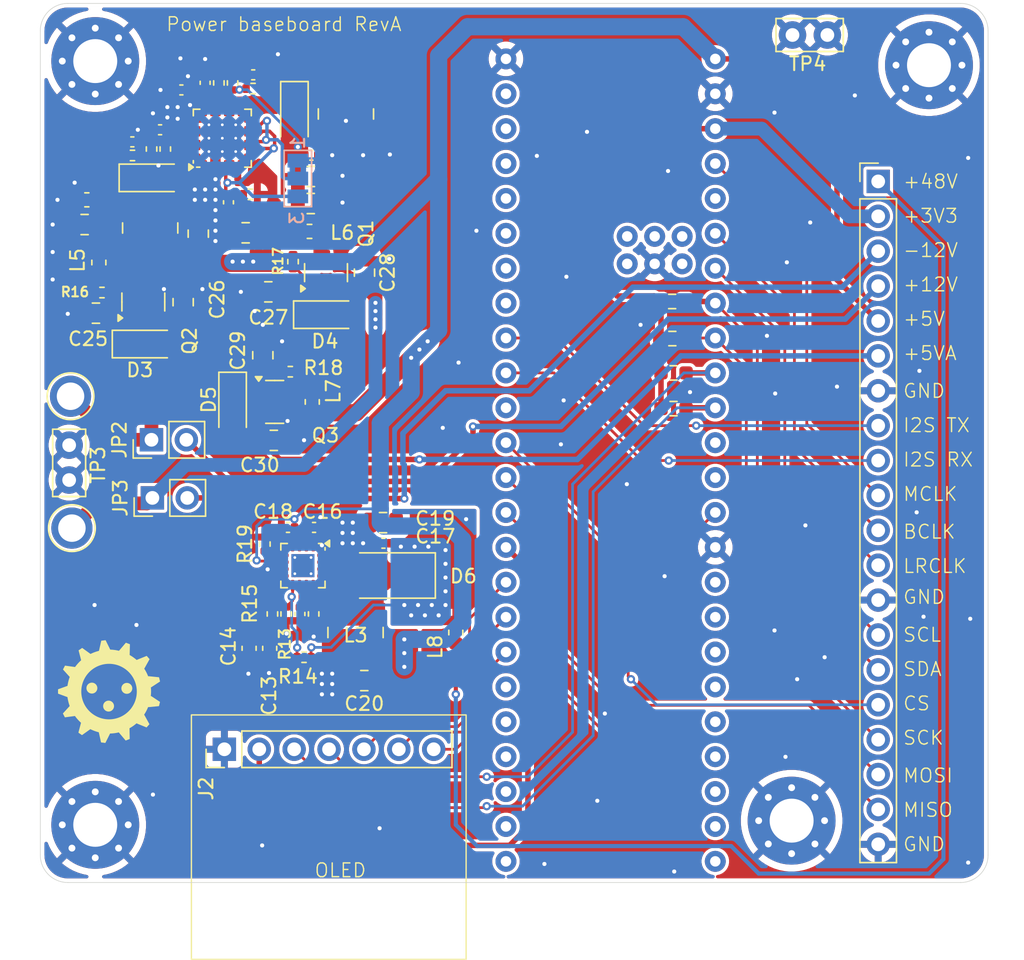
<source format=kicad_pcb>
(kicad_pcb (version 20241229) (generator "pcbnew") (generator_version "9.0")
  (title_block (comment 4 "AISLER Project ID: WRMWVLGS"))
  (layers (0 "F.Cu" signal) (4 "In1.Cu" signal) (6 "In2.Cu" signal) (2 "B.Cu" signal) (13 "F.Paste" user) (15 "B.Paste" user) (5 "F.SilkS" user "F.Silkscreen") (7 "B.SilkS" user "B.Silkscreen") (1 "F.Mask" user) (3 "B.Mask" user) (25 "Edge.Cuts" user))
  (net 0 "")
  (net 1 "+5V")
  (net 2 "GND")
  (net 3 "+12V")
  (net 4 "/FBP")
  (net 5 "/VREF")
  (net 6 "/REG_VIN")
  (net 7 "-12V")
  (net 8 "/FBN")
  (net 9 "Net-(U1-CP)")
  (net 10 "Net-(U1-CN)")
  (net 11 "/INP")
  (net 12 "/OUTN")
  (net 13 "/SCL")
  (net 14 "+3V3")
  (net 15 "/SDA")
  (net 16 "/SCL1")
  (net 17 "/SDA1")
  (net 23 "/I2S1_BCLK")
  (net 24 "/I2S1_TX1")
  (net 25 "/I2S2_RX")
  (net 26 "/I2S1_RX2")
  (net 29 "/CS")
  (net 30 "/MISO")
  (net 35 "/MOSI")
  (net 36 "/I2S1_MCLK")
  (net 45 "/I2S1_TX2")
  (net 50 "/SCK")
  (net 51 "/I2S1_RX1")
  (net 59 "/I2S1_LRCLK")
  (net 60 "Net-(JP1-C)")
  (net 61 "Net-(C2-Pad1)")
  (net 62 "Net-(C8-Pad1)")
  (net 63 "+5VA")
  (net 64 "/OLED_CS")
  (net 65 "/RESET")
  (net 66 "/DC")
  (net 67 "Net-(D3-K)")
  (net 68 "Net-(D3-A)")
  (net 69 "Net-(D4-K)")
  (net 70 "Net-(D4-A)")
  (net 71 "Net-(Q2-C)")
  (net 72 "Net-(Q1-C)")
  (net 73 "Net-(D5-K)")
  (net 74 "Net-(Q3-C)")
  (net 75 "Net-(C13-Pad1)")
  (net 76 "Net-(U3-COMP)")
  (net 77 "Net-(U3-SS)")
  (net 78 "Net-(U3-VCC)")
  (net 79 "+48V")
  (net 80 "Net-(U3-MODE)")
  (net 81 "Net-(U3-FB)")
  (net 82 "Net-(U3-RT)")
  (net 83 "/12VREG")
  (net 87 "/SW")
  (net 88 "/12NREG")
  (net 89 "/48VREG")
  (footprint "MountingHole:MountingHole_3.2mm_M3_Pad_Via" (layer "F.Cu") (at 86 69.4)
    (property "Reference" "H1" (hide yes))
    (property "Value" "MountingHole_Pad")
  )
  (footprint "Capacitor_SMD:C_0603_1608Metric" (layer "F.Cu") (at 98.7 112.15 -90)
    (property "Reference" "C13")
    (property "Value" "33nF")
  )
  (footprint "Resistor_SMD:R_0402_1005Metric" (layer "F.Cu") (at 98.9 109.65 90)
    (property "Reference" "R15")
    (property "Value" "1.5k")
  )
  (footprint "Diode_SMD:D_SMA" (layer "F.Cu") (at 107.25 106.85 180)
    (property "Reference" "D6")
    (property "Value" "SS210")
  )
  (footprint "Capacitor_SMD:C_0402_1005Metric" (layer "F.Cu") (at 92.27 71.5 180)
    (property "Reference" "C12" (hide yes))
    (property "Value" "4.7nF")
  )
  (footprint "Package_DFN_QFN:VQFN-24-1EP_4x4mm_P0.5mm_EP2.45x2.45mm_ThermalVias" (layer "F.Cu") (at 95.25 75.0125 90)
    (property "Reference" "U1" (hide yes))
    (property "Value" "TPS65130RGE")
  )
  (footprint "Resistor_SMD:R_0402_1005Metric" (layer "F.Cu") (at 99.9 109.65 90)
    (property "Reference" "R13")
    (property "Value" "2.2k")
  )
  (footprint "Capacitor_SMD:C_0402_1005Metric" (layer "F.Cu") (at 88.7 75.28)
    (property "Reference" "C2" (hide yes))
    (property "Value" "22pF")
  )
  (footprint "Capacitor_SMD:C_0402_1005Metric" (layer "F.Cu") (at 90.72 74.4 180)
    (property "Reference" "C11" (hide yes))
    (property "Value" "10nF")
  )
  (footprint "Resistor_SMD:R_0402_1005Metric" (layer "F.Cu") (at 95 70.99 90)
    (property "Reference" "R3" (hide yes))
    (property "Value" "100k")
  )
  (footprint "Connector_PinHeader_2.54mm:PinHeader_1x07_P2.54mm_Vertical" (layer "F.Cu") (at 95.4 119.5 90)
    (property "Reference" "J2")
    (property "Value" "OLED")
  )
  (footprint "Capacitor_SMD:C_0805_2012Metric_Pad1.18x1.45mm_HandSolder" (layer "F.Cu") (at 105.5875 114.5 180)
    (property "Reference" "C20")
    (property "Value" "10uF")
  )
  (footprint "Resistor_SMD:R_0603_1608Metric_Pad0.98x0.95mm_HandSolder" (layer "F.Cu") (at 128.1 94.7)
    (property "Reference" "R8" (hide yes))
    (property "Value" "1k")
  )
  (footprint "Capacitor_SMD:C_0402_1005Metric" (layer "F.Cu") (at 101.73 76.25)
    (property "Reference" "C10" (hide yes))
    (property "Value" "0.1uF")
  )
  (footprint "Capacitor_SMD:C_0402_1005Metric" (layer "F.Cu") (at 97.5 70.4 180)
    (property "Reference" "C8" (hide yes))
    (property "Value" "10pF")
  )
  (footprint "Capacitor_SMD:C_0805_2012Metric" (layer "F.Cu") (at 98.2 90.8125 90)
    (property "Reference" "C29")
    (property "Value" "22uF")
  )
  (footprint "Connector_PinHeader_2.54mm:PinHeader_1x02_P2.54mm_Vertical" (layer "F.Cu") (at 90.16 101.2 90)
    (property "Reference" "JP3")
    (property "Value" "Jumper_2_Open")
  )
  (footprint "Capacitor_SMD:C_0805_2012Metric" (layer "F.Cu") (at 101.7 77.8)
    (property "Reference" "C9" (hide yes))
    (property "Value" "4.7uF")
  )
  (footprint "Capacitor_SMD:C_0805_2012Metric_Pad1.18x1.45mm_HandSolder" (layer "F.Cu") (at 85.224999 81.3 180)
    (property "Reference" "C4" (hide yes))
    (property "Value" "4.7uF")
  )
  (footprint "TestPoint:TestPoint_Plated_Hole_D2.0mm" (layer "F.Cu") (at 84.2 93.8)
    (property "Reference" "TP1" (hide yes))
    (property "Value" "+12V")
  )
  (footprint "Resistor_SMD:R_0402_1005Metric" (layer "F.Cu") (at 101.9 109.65 90)
    (property "Reference" "R12" (hide yes))
    (property "Value" "100k")
  )
  (footprint "Capacitor_SMD:C_0402_1005Metric" (layer "F.Cu") (at 94 70.98 90)
    (property "Reference" "C5" (hide yes))
    (property "Value" "220nF")
  )
  (footprint "Capacitor_SMD:C_0805_2012Metric" (layer "F.Cu") (at 92.4 86.95 90)
    (property "Reference" "C26")
    (property "Value" "22uF")
  )
  (footprint "Resistor_SMD:R_0402_1005Metric" (layer "F.Cu") (at 86.49 86.25)
    (property "Reference" "R16")
    (property "Value" "510")
  )
  (footprint "Capacitor_SMD:C_0805_2012Metric" (layer "F.Cu") (at 105.6 84.8 -90)
    (property "Reference" "C28")
    (property "Value" "22uF")
  )
  (footprint "Resistor_SMD:R_0402_1005Metric" (layer "F.Cu") (at 100.2 92.0125 180)
    (property "Reference" "R18")
    (property "Value" "510")
  )
  (footprint "Resistor_SMD:R_0402_1005Metric" (layer "F.Cu") (at 96 70.99 90)
    (property "Reference" "R5" (hide yes))
    (property "Value" "1M")
  )
  (footprint "Resistor_SMD:R_0402_1005Metric" (layer "F.Cu") (at 97.290001 79.1 180)
    (property "Reference" "R4" (hide yes))
    (property "Value" "100")
  )
  (footprint "Diode_SMD:D_SOD-123" (layer "F.Cu") (at 89.6 90)
    (property "Reference" "D3")
    (property "Value" "B5819W SL")
  )
  (footprint "Capacitor_SMD:C_0805_2012Metric" (layer "F.Cu") (at 101.69 79.77)
    (property "Reference" "C21" (hide yes))
    (property "Value" "4.7uF")
  )
  (footprint "Connector_PinHeader_2.54mm:PinHeader_1x02_P2.54mm_Vertical" (layer "F.Cu") (at 90.093443 96.969452 90)
    (property "Reference" "JP2")
    (property "Value" "Jumper_2_Open")
  )
  (footprint "Resistor_SMD:R_0402_1005Metric" (layer "F.Cu") (at 101.2 112.8)
    (property "Reference" "R14")
    (property "Value" "100k")
  )
  (footprint "Capacitor_SMD:C_0805_2012Metric" (layer "F.Cu") (at 106.95 103 180)
    (property "Reference" "C19")
    (property "Value" "4.7uF")
  )
  (footprint "Inductor_SMD:L_Wuerth_WE-TPC-3816" (layer "F.Cu") (at 104.95 111)
    (property "Reference" "L3")
    (property "Value" "4.7uH")
  )
  (footprint "Diode_SMD:D_SOD-123" (layer "F.Cu") (at 90.1 77.9)
    (property "Reference" "D1" (hide yes))
    (property "Value" "B5819W SL")
  )
  (footprint "Resistor_SMD:R_0402_1005Metric" (layer "F.Cu") (at 88.709999 76.27 180)
    (property "Reference" "R11" (hide yes))
    (property "Value" "10k")
  )
  (footprint "Package_TO_SOT_SMD:SOT-23" (layer "F.Cu") (at 89.5 86.9375 90)
    (property "Reference" "Q2")
    (property "Value" "S8050")
  )
  (footprint "Resistor_SMD:R_0402_1005Metric" (layer "F.Cu") (at 100.4 84 90)
    (property "Reference" "R17")
    (property "Value" "510")
  )
  (footprint "Capacitor_SMD:C_0603_1608Metric" (layer "F.Cu") (at 97.2 112.15 -90)
    (property "Reference" "C14")
    (property "Value" "330pF")
  )
  (footprint "Package_TO_SOT_SMD:SOT-23" (layer "F.Cu") (at 102.8 84.8 90)
    (property "Reference" "Q1")
    (property "Value" "SS8550")
  )
  (footprint "Package_DFN_QFN:WQFN-16-1EP_3x3mm_P0.5mm_EP1.68x1.68mm_ThermalVias" (layer "F.Cu") (at 101.12 106.13 -90)
    (property "Reference" "U3" (hide yes))
    (property "Value" "LM5158")
  )
  (footprint "Resistor_SMD:R_0603_1608Metric_Pad0.98x0.95mm_HandSolder" (layer "F.Cu") (at 128.0125 89.6)
    (property "Reference" "R7" (hide yes))
    (property "Value" "1k")
  )
  (footprint "Library:Teensy41" (layer "F.Cu") (at 123.52 76.86)
    (property "Reference" "U2" (hide yes))
    (property "Value" "~")
  )
  (footprint "MountingHole:MountingHole_3.2mm_M3_Pad_Via" (layer "F.Cu") (at 86 125)
    (property "Reference" "H2" (hide yes))
    (property "Value" "MountingHole_Pad")
  )
  (footprint "Capacitor_SMD:C_0805_2012Metric" (layer "F.Cu") (at 86.05 87.75 180)
    (property "Reference" "C25")
    (property "Value" "22uF")
  )
  (footprint "Capacitor_SMD:C_0805_2012Metric" (layer "F.Cu") (at 99 97.0125)
    (property "Reference" "C30")
    (property "Value" "22uF")
  )
  (footprint "MountingHole:MountingHole_3.2mm_M3_Pad_Via" (layer "F.Cu") (at 136.697056 124.697056)
    (property "Reference" "H3" (hide yes))
    (property "Value" "MountingHole_Pad")
  )
  (footprint "Resistor_SMD:R_0402_1005Metric" (layer "F.Cu") (at 90.1 75.8 -90)
    (property "Reference" "R1" (hide yes))
    (property "Value" "200k")
  )
  (footprint "Capacitor_SMD:C_0402_1005Metric" (layer "F.Cu") (at 101.93 103.35)
    (property "Reference" "C16")
    (property "Value" "1uF")
  )
  (footprint "Capacitor_SMD:C_0402_1005Metric" (layer "F.Cu") (at 100.03 103.35 180)
    (property "Reference" "C18")
    (property "Value" "0.1uF")
  )
  (footprint "Diode_SMD:D_SOD-123" (layer "F.Cu") (at 96 94.4125 -90)
    (property "Reference" "D5")
    (property "Value" "B5819W SL")
  )
  (footprint "Resistor_SMD:R_0402_1005Metric" (layer "F.Cu") (at 91.1 75.8 90)
    (property "Reference" "R2" (hide yes))
    (property "Value" "22k")
  )
  (footprint "Diode_SMD:D_SOD-123" (layer "F.Cu") (at 102.8 87.8625)
    (property "Reference" "D4")
    (property "Value" "B5819W SL")
  )
  (footprint "Inductor_SMD:L_Wuerth_WE-TPC-3816" (layer "F.Cu") (at 104.25 73.25 180)
    (property "Reference" "L2" (hide yes))
    (property "Value" "4.7uH")
  )
  (footprint "Capacitor_SMD:C_0805_2012Metric" (layer "F.Cu") (at 98.6 86.2)
    (property "Reference" "C27")
    (property "Value" "22uF")
  )
  (footprint "Inductor_SMD:L_0603_1608Metric" (layer "F.Cu") (at 101.8 94.2125 90)
    (property "Reference" "L7")
    (property "Value" "600@100Mhz")
  )
  (footprint "Capacitor_SMD:C_0402_1005Metric" (layer "F.Cu") (at 100.9 109.65 -90)
    (property "Reference" "C15" (hide yes))
    (property "Value" "22nF")
  )
  (footprint "Resistor_SMD:R_0402_1005Metric" (layer "F.Cu") (at 97.49 71.4 180)
    (property "Reference" "R10" (hide yes))
    (property "Value" "10k")
  )
  (footprint "TestPoint:TestPoint_Plated_Hole_D2.0mm" (layer "F.Cu") (at 84.3 103.4)
    (property "Reference" "TP2" (hide yes))
    (property "Value" "-12V")
  )
  (footprint "Capacitor_SMD:C_0805_2012Metric" (layer "F.Cu") (at 96.950001 81.9 180)
    (property "Reference" "C6" (hide yes))
    (property "Value" "10uF")
  )
  (footprint "TestPoint:TestPoint_Bridge_Pitch2.54mm_Drill1.0mm" (layer "F.Cu") (at 84.1 99.9 90)
    (property "Reference" "TP3")
    (property "Value" "Groundpoint")
  )
  (footprint "Capacitor_SMD:C_0603_1608Metric_Pad1.08x0.95mm_HandSolder" (layer "F.Cu") (at 85.387499 79.5 180)
    (property "Reference" "C3" (hide yes))
    (property "Value" "0.1uF")
  )
  (footprint "Inductor_SMD:L_0603_1608Metric" (layer "F.Cu") (at 112.25 111 -90)
    (property "Reference" "L8")
    (property "Value" "600@100Mhz")
  )
  (footprint "TestPoint:TestPoint_Bridge_Pitch2.54mm_Drill1.0mm" (layer "F.Cu") (at 136.76 67.5)
    (property "Reference" "TP4")
    (property "Value" "Groundpoint")
  )
  (footprint "Resistor_SMD:R_0402_1005Metric" (layer "F.Cu") (at 98.35 104.56 -90)
    (property "Reference" "R19")
    (property "Value" "22k")
  )
  (footprint "Resistor_SMD:R_0603_1608Metric_Pad0.98x0.95mm_HandSolder" (layer "F.Cu") (at 128 86.9)
    (property "Reference" "R6" (hide yes))
    (property "Value" "1k")
  )
  (footprint "Capacitor_SMD:C_0402_1005Metric" (layer "F.Cu") (at 106.98 104.5 180)
    (property "Reference" "C17")
    (property "Value" "0.1uF")
  )
  (footprint "Inductor_SMD:L_Wuerth_WE-TPC-3816" (layer "F.Cu") (at 90 81.55)
    (property "Reference" "L1" (hide yes))
    (property "Value" "4.7uH")
  )
  (footprint "Connector_PinHeader_2.54mm:PinHeader_1x20_P2.54mm_Vertical" (layer "F.Cu") (at 143 78.16)
    (property "Reference" "J1" (hide yes))
    (property "Value" "Conn_01x20")
  )
  (footprint "Inductor_SMD:L_0603_1608Metric" (layer "F.Cu") (at 101.6 81.8)
    (property "Reference" "L6")
    (property "Value" "600@100Mhz")
  )
  (footprint "Inductor_SMD:L_0603_1608Metric" (layer "F.Cu") (at 86.262499 84.062501 -90)
    (property "Reference" "L5")
    (property "Value" "600@100Mhz")
  )
  (footprint "MountingHole:MountingHole_3.2mm_M3_Pad_Via" (layer "F.Cu") (at 146.697056 69.697056)
    (property "Reference" "H4" (hide yes))
    (property "Value" "MountingHole_Pad")
  )
  (footprint "Capacitor_SMD:C_0402_1005Metric" (layer "F.Cu") (at 95.7 79.68 -90)
    (property "Reference" "C7" (hide yes))
    (property "Value" "0.1uF")
  )
  (footprint "Capacitor_SMD:C_0805_2012Metric_Pad1.18x1.45mm_HandSolder" (layer "F.Cu") (at 93.5 81.9625 90)
    (property "Reference" "C1" (hide yes))
    (property "Value" "10uF")
  )
  (footprint "Diode_SMD:D_SOD-123" (layer "F.Cu") (at 100.5 73.25 -90)
    (property "Reference" "D2" (hide yes))
    (property "Value" "B5819W SL")
  )
  (footprint "Package_TO_SOT_SMD:SOT-23" (layer "F.Cu") (at 99.0625 94.2125)
    (property "Reference" "Q3")
    (property "Value" "S8050")
  )
  (footprint "Resistor_SMD:R_0603_1608Metric_Pad0.98x0.95mm_HandSolder" (layer "F.Cu") (at 128.1 92.1)
    (property "Reference" "R9" (hide yes))
    (property "Value" "1k")
  )
  (footprint "Jumper:SolderJumper-3_P1.3mm_Bridged2Bar12_Pad1.0x1.5mm_NumberLabels" (layer "B.Cu") (at 100.75 77.95 -90)
    (property "Reference" "JP1" (hide yes))
    (property "Value" "Powersave")
  )
  (gr_poly (pts (xy 87.091449 112.244226) (xy 87.17228 112.247756) (xy 87.252949 112.253419) (xy 87.333413 112.261211) (xy 87.413629 112.271124) (xy 87.493556 112.283153) (xy 87.57315 112.297291) (xy 87.652371 112.313533) (xy 87.731174 112.331873) (xy 87.733173 112.324213) (xy 88.228534 111.741388) (xy 88.524906 111.854547) (xy 88.505756 112.619257) (xy 88.497745 112.633936) (xy 88.567397 112.674174) (xy 88.635932 112.716205) (xy 88.703318 112.760007) (xy 88.769519 112.805555) (xy 88.834502 112.852828) (xy 88.898231 112.901801) (xy 88.960673 112.952451) (xy 89.021793 113.004755) (xy 89.036685 112.987482) (xy 89.746143 112.701654) (xy 89.955951 112.9396) (xy 89.583621 113.607752) (xy 89.560825 113.62295) (xy 89.60385 113.690608) (xy 89.645067 113.759341) (xy 89.684458 113.82911) (xy 89.722002 113.899878) (xy 89.757679 113.971605) (xy 89.791471 114.044254) (xy 89.823358 114.117786) (xy 89.853321 114.192163) (xy 89.882724 114.180567) (xy 90.64368 114.257227) (xy 90.718921 114.565332) (xy 90.078739 114.983973) (xy 90.047962 114.987329) (xy 90.051745 115.026263) (xy 90.055029 115.065239) (xy 90.057812 115.104254) (xy 90.060094 115.143301) (xy 90.061877 115.182375) (xy 90.06316 115.221471) (xy 90.063944 115.260584) (xy 90.064228 115.299707) (xy 90.063504 115.340681) (xy 90.062235 115.381634) (xy 90.060422 115.422561) (xy 90.058063 115.463457) (xy 90.055158 115.504316) (xy 90.051705 115.545132) (xy 90.047704 115.585899) (xy 90.043155 115.626612) (xy 90.077274 115.630427) (xy 90.715503 116.051935) (xy 90.638935 116.359705) (xy 89.877567 116.432947) (xy 89.850131 116.421992) (xy 89.819582 116.496163) (xy 89.787112 116.569469) (xy 89.752742 116.641873) (xy 89.716491 116.713339) (xy 89.678379 116.783831) (xy 89.638426 116.853312) (xy 89.596651 116.921747) (xy 89.553073 116.9891) (xy 89.575977 117.00442) (xy 89.945316 117.67425) (xy 89.734394 117.911219) (xy 89.026248 117.622126) (xy 89.012042 117.605555) (xy 88.950728 117.657696) (xy 88.888092 117.708177) (xy 88.824171 117.756976) (xy 88.758998 117.804068) (xy 88.69261 117.84943) (xy 88.625041 117.89304) (xy 88.556325 117.934874) (xy 88.486499 117.974909) (xy 88.493595 117.988062) (xy 88.509296 118.752772) (xy 88.21239 118.864588) (xy 87.719669 118.279566) (xy 87.71767 118.270655) (xy 87.638839 118.288523) (xy 87.559606 118.30429) (xy 87.480011 118.317953) (xy 87.400098 118.329508) (xy 87.319908 118.338952) (xy 87.239484 118.34628) (xy 87.158866 118.35149) (xy 87.078098 118.354578) (xy 87.078098 118.355921) (xy 86.736576 119.040369) (xy 86.421802 119.001429) (xy 86.257266 118.262263) (xy 86.177982 118.241269) (xy 86.099333 118.218171) (xy 86.021358 118.192983) (xy 85.944101 118.16572) (xy 85.867601 118.136397) (xy 85.791899 118.105029) (xy 85.717037 118.071632) (xy 85.643054 118.036219) (xy 85.033237 118.471247) (xy 84.772571 118.2904) (xy 84.96387 117.571467) (xy 84.902741 117.515182) (xy 84.843198 117.457289) (xy 84.785272 117.397824) (xy 84.728992 117.336821) (xy 84.674389 117.274314) (xy 84.621492 117.210338) (xy 84.570332 117.144929) (xy 84.520938 117.078119) (xy 83.789463 117.175745) (xy 83.642734 116.894465) (xy 84.138355 116.351893) (xy 84.11057 116.272916) (xy 84.084969 116.193257) (xy 84.061563 116.112961) (xy 84.040365 116.032072) (xy 84.021384 115.950636) (xy 84.004633 115.868696) (xy 83.990122 115.786298) (xy 83.977863 115.703486) (xy 83.290241 115.450617) (xy 83.29042 115.273284) (xy 84.983155 115.273284) (xy 84.984421 115.373613) (xy 84.990758 115.474501) (xy 85.002259 115.575795) (xy 85.019017 115.677341) (xy 85.041126 115.778986) (xy 85.068339 115.879382) (xy 85.100255 115.977224) (xy 85.136721 116.072421) (xy 85.177582 116.164878) (xy 85.222686 116.254502) (xy 85.271878 116.341201) (xy 85.325006 116.42488) (xy 85.381917 116.505448) (xy 85.442456 116.582809) (xy 85.50647 116.656872) (xy 85.573805 116.727543) (xy 85.644309 116.794728) (xy 85.717828 116.858335) (xy 85.794208 116.91827) (xy 85.873296 116.974439) (xy 85.954938 117.026751) (xy 86.038982 117.075111) (xy 86.125273 117.119425) (xy 86.213658 117.159602) (xy 86.303983 117.195548) (xy 86.396096 117.227169) (xy 86.489842 117.254372) (xy 86.585069 117.277063) (xy 86.681623 117.295151) (xy 86.77935 117.308541) (xy 86.878096 117.31714) (xy 86.97771 117.320855) (xy 87.078036 117.319592) (xy 87.178922 117.313259) (xy 87.280214 117.301762) (xy 87.381758 117.285008) (xy 87.483402 117.262903) (xy 87.583803 117.23569) (xy 87.68165 117.203773) (xy 87.776851 117.167307) (xy 87.869313 117.126445) (xy 87.958941 117.081339) (xy 88.045643 117.032145) (xy 88.129326 116.979015) (xy 88.209895 116.922103) (xy 88.287259 116.861561) (xy 88.361324 116.797545) (xy 88.431996 116.730207) (xy 88.499182 116.6597) (xy 88.56279 116.586178) (xy 88.622725 116.509795) (xy 88.678895 116.430704) (xy 88.731206 116.349058) (xy 88.779566 116.265012) (xy 88.82388 116.178718) (xy 88.864056 116.090329) (xy 88.9 116) (xy 88.931619 115.907884) (xy 88.95882 115.814135) (xy 88.981509 115.718905) (xy 88.999594 115.622348) (xy 89.012982 115.524619) (xy 89.021578 115.425869) (xy 89.025289 115.326253) (xy 89.024023 115.225924) (xy 89.017687 115.125036) (xy 89.006186 115.023742) (xy 88.989428 114.922196) (xy 88.967319 114.820551) (xy 88.944127 114.733865) (xy 88.917361 114.648949) (xy 88.887115 114.565875) (xy 88.853486 114.484714) (xy 88.816568 114.405539) (xy 88.776457 114.328422) (xy 88.733248 114.253433) (xy 88.687036 114.180645) (xy 88.637916 114.11013) (xy 88.585983 114.041958) (xy 88.474062 113.912936) (xy 88.352033 113.794153) (xy 88.220659 113.686182) (xy 88.0807 113.589598) (xy 87.93292 113.504975) (xy 87.778078 113.432887) (xy 87.698248 113.401724) (xy 87.616938 113.373909) (xy 87.534244 113.349515) (xy 87.450261 113.328614) (xy 87.365084 113.311278) (xy 87.278809 113.297577) (xy 87.19153 113.287585) (xy 87.103343 113.281372) (xy 87.014343 113.279011) (xy 86.924625 113.280573) (xy 86.874144 113.283203) (xy 86.823768 113.287088) (xy 86.773521 113.292225) (xy 86.723426 113.298613) (xy 86.673508 113.306249) (xy 86.623788 113.315133) (xy 86.574292 113.325261) (xy 86.525043 113.336634) (xy 86.424642 113.363847) (xy 86.326795 113.395764) (xy 86.231593 113.43223) (xy 86.139132 113.473092) (xy 86.049504 113.518198) (xy 85.962802 113.567392) (xy 85.879119 113.620522) (xy 85.798549 113.677434) (xy 85.721186 113.737976) (xy 85.647121 113.801992) (xy 85.576449 113.86933) (xy 85.509262 113.939837) (xy 85.445655 114.013359) (xy 85.385719 114.089742) (xy 85.32955 114.168833) (xy 85.277238 114.250479) (xy 85.228879 114.334525) (xy 85.184565 114.42082) (xy 85.144389 114.509208) (xy 85.108445 114.599537) (xy 85.076826 114.691653) (xy 85.049625 114.785402) (xy 85.026935 114.880632) (xy 85.00885 114.977189) (xy 84.995463 115.074918) (xy 84.986867 115.173668) (xy 84.983155 115.273284) (xy 83.29042 115.273284) (xy 83.290561 115.133387) (xy 83.979236 114.8836) (xy 83.991614 114.800687) (xy 84.006251 114.718191) (xy 84.023137 114.636159) (xy 84.042259 114.554636) (xy 84.063605 114.473668) (xy 84.087164 114.393301) (xy 84.112924 114.31358) (xy 84.140872 114.234552) (xy 83.649539 113.691034) (xy 83.797595 113.410456) (xy 84.529148 113.511682) (xy 84.57865 113.44489) (xy 84.629921 113.379508) (xy 84.682928 113.315567) (xy 84.737642 113.253103) (xy 84.794031 113.192148) (xy 84.852066 113.132736) (xy 84.911716 113.074899) (xy 84.972949 113.018671) (xy 84.785709 112.300196) (xy 85.047168 112.120569) (xy 85.656024 112.559534) (xy 85.730011 112.524325) (xy 85.804876 112.491125) (xy 85.880577 112.459951) (xy 85.957073 112.430819) (xy 86.034321 112.403743) (xy 86.112279 112.37874) (xy 86.190906 112.355826) (xy 86.27016 112.335016) (xy 86.438022 111.596704) (xy 86.75307 111.559168)) (stroke (width -0.000001)) (fill yes) (layer "F.SilkS"))
  (gr_rect (start 93 117) (end 113 134.8) (stroke (width 0.1)) (fill no) (layer "F.SilkS"))
  (gr_poly (pts (xy 88.319027 114.668968) (xy 88.339184 114.6705) (xy 88.359048 114.673024) (xy 88.378593 114.676514) (xy 88.397796 114.680945) (xy 88.41663 114.686293) (xy 88.435072 114.692532) (xy 88.453096 114.699638) (xy 88.470677 114.707585) (xy 88.48779 114.716349) (xy 88.504411 114.725905) (xy 88.520515 114.736228) (xy 88.536075 114.747293) (xy 88.551069 114.759074) (xy 88.56547 114.771548) (xy 88.579254 114.784689) (xy 88.592395 114.798472) (xy 88.60487 114.812872) (xy 88.616652 114.827865) (xy 88.627717 114.843425) (xy 88.638041 114.859528) (xy 88.647597 114.876148) (xy 88.656362 114.893261) (xy 88.66431 114.910841) (xy 88.671416 114.928865) (xy 88.677656 114.947306) (xy 88.683004 114.96614) (xy 88.687436 114.985342) (xy 88.690926 115.004888) (xy 88.69345 115.024751) (xy 88.694983 115.044907) (xy 88.695499 115.065332) (xy 88.694983 115.085757) (xy 88.69345 115.105914) (xy 88.690926 115.125777) (xy 88.687436 115.145322) (xy 88.683004 115.164525) (xy 88.677656 115.183359) (xy 88.671416 115.2018) (xy 88.66431 115.219823) (xy 88.656362 115.237404) (xy 88.647597 115.254517) (xy 88.638041 115.271137) (xy 88.627717 115.28724) (xy 88.616652 115.3028) (xy 88.60487 115.317792) (xy 88.592395 115.332193) (xy 88.579254 115.345976) (xy 88.56547 115.359117) (xy 88.551069 115.37159) (xy 88.536075 115.383372) (xy 88.520515 115.394437) (xy 88.504411 115.404759) (xy 88.48779 115.414315) (xy 88.470677 115.423079) (xy 88.453096 115.431027) (xy 88.435072 115.438133) (xy 88.41663 115.444372) (xy 88.397796 115.44972) (xy 88.378593 115.454151) (xy 88.359048 115.457641) (xy 88.339184 115.460165) (xy 88.319027 115.461697) (xy 88.298603 115.462213) (xy 88.278179 115.461697) (xy 88.258024 115.460165) (xy 88.238161 115.457641) (xy 88.218617 115.454151) (xy 88.199415 115.44972) (xy 88.180582 115.444372) (xy 88.162141 115.438133) (xy 88.144118 115.431027) (xy 88.126538 115.423079) (xy 88.109425 115.414315) (xy 88.092805 115.404759) (xy 88.076702 115.394437) (xy 88.061142 115.383372) (xy 88.046149 115.37159) (xy 88.031748 115.359117) (xy 88.017965 115.345976) (xy 88.004824 115.332193) (xy 87.992349 115.317792) (xy 87.980567 115.3028) (xy 87.969502 115.28724) (xy 87.959179 115.271137) (xy 87.949623 115.254517) (xy 87.940858 115.237404) (xy 87.93291 115.219823) (xy 87.925804 115.2018) (xy 87.919564 115.183359) (xy 87.914216 115.164525) (xy 87.909785 115.145322) (xy 87.906294 115.125777) (xy 87.90377 115.105914) (xy 87.902238 115.085757) (xy 87.901721 115.065332) (xy 87.902238 115.044907) (xy 87.90377 115.024751) (xy 87.906294 115.004888) (xy 87.909785 114.985342) (xy 87.914216 114.96614) (xy 87.919564 114.947306) (xy 87.925804 114.928865) (xy 87.93291 114.910841) (xy 87.940858 114.893261) (xy 87.949623 114.876148) (xy 87.959179 114.859528) (xy 87.969502 114.843425) (xy 87.980567 114.827865) (xy 87.992349 114.812872) (xy 88.004824 114.798472) (xy 88.017965 114.784689) (xy 88.031748 114.771548) (xy 88.046149 114.759074) (xy 88.061142 114.747293) (xy 88.076702 114.736228) (xy 88.092805 114.725905) (xy 88.109425 114.716349) (xy 88.126538 114.707585) (xy 88.144118 114.699638) (xy 88.162141 114.692532) (xy 88.180582 114.686293) (xy 88.199415 114.680945) (xy 88.218617 114.676514) (xy 88.238161 114.673024) (xy 88.258024 114.6705) (xy 88.278179 114.668968) (xy 88.298603 114.668451)) (stroke (width -0.000001)) (fill yes) (layer "F.SilkS"))
  (gr_poly (pts (xy 85.775647 114.650932) (xy 85.795803 114.652464) (xy 85.815667 114.654988) (xy 85.835212 114.658478) (xy 85.854414 114.662909) (xy 85.873248 114.668257) (xy 85.891689 114.674496) (xy 85.909713 114.681602) (xy 85.927293 114.689549) (xy 85.944406 114.698313) (xy 85.961026 114.707869) (xy 85.977129 114.718192) (xy 85.992689 114.729257) (xy 86.007682 114.741038) (xy 86.022082 114.753512) (xy 86.035865 114.766653) (xy 86.049006 114.780436) (xy 86.06148 114.794836) (xy 86.073262 114.809829) (xy 86.084326 114.825389) (xy 86.094649 114.841492) (xy 86.104205 114.858112) (xy 86.112969 114.875225) (xy 86.120916 114.892806) (xy 86.128022 114.910829) (xy 86.134261 114.92927) (xy 86.139609 114.948104) (xy 86.14404 114.967306) (xy 86.14753 114.986852) (xy 86.150054 115.006715) (xy 86.151587 115.026872) (xy 86.152103 115.047296) (xy 86.151587 115.067721) (xy 86.150054 115.087878) (xy 86.14753 115.107741) (xy 86.14404 115.127287) (xy 86.139609 115.146489) (xy 86.134261 115.165323) (xy 86.128022 115.183764) (xy 86.120916 115.201787) (xy 86.112969 115.219368) (xy 86.104205 115.236481) (xy 86.094649 115.253101) (xy 86.084326 115.269204) (xy 86.073262 115.284764) (xy 86.06148 115.299757) (xy 86.049006 115.314157) (xy 86.035865 115.32794) (xy 86.022082 115.341081) (xy 86.007682 115.353555) (xy 85.992689 115.365336) (xy 85.977129 115.376401) (xy 85.961026 115.386724) (xy 85.944406 115.396279) (xy 85.927293 115.405044) (xy 85.909713 115.412991) (xy 85.891689 115.420097) (xy 85.873248 115.426336) (xy 85.854414 115.431684) (xy 85.835212 115.436115) (xy 85.815667 115.439605) (xy 85.795803 115.442129) (xy 85.775647 115.443661) (xy 85.755222 115.444178) (xy 85.734797 115.443661) (xy 85.71464 115.442129) (xy 85.694777 115.439605) (xy 85.675232 115.436115) (xy 85.65603 115.431684) (xy 85.637195 115.426336) (xy 85.618754 115.420097) (xy 85.600731 115.412991) (xy 85.58315 115.405044) (xy 85.566037 115.396279) (xy 85.549417 115.386724) (xy 85.533315 115.376401) (xy 85.517754 115.365336) (xy 85.502762 115.353555) (xy 85.488361 115.341081) (xy 85.474578 115.32794) (xy 85.461437 115.314157) (xy 85.448964 115.299757) (xy 85.437182 115.284764) (xy 85.426117 115.269204) (xy 85.415795 115.253101) (xy 85.406239 115.236481) (xy 85.397475 115.219368) (xy 85.389527 115.201787) (xy 85.382422 115.183764) (xy 85.376182 115.165323) (xy 85.370835 115.146489) (xy 85.366403 115.127287) (xy 85.362913 115.107741) (xy 85.36039 115.087878) (xy 85.358857 115.067721) (xy 85.358341 115.047296) (xy 85.358857 115.026872) (xy 85.36039 115.006715) (xy 85.362913 114.986852) (xy 85.366403 114.967306) (xy 85.370835 114.948104) (xy 85.376182 114.92927) (xy 85.382422 114.910829) (xy 85.389527 114.892806) (xy 85.397475 114.875225) (xy 85.406239 114.858112) (xy 85.415795 114.841492) (xy 85.426117 114.825389) (xy 85.437182 114.809829) (xy 85.448964 114.794836) (xy 85.461437 114.780436) (xy 85.474578 114.766653) (xy 85.488361 114.753512) (xy 85.502762 114.741038) (xy 85.517754 114.729257) (xy 85.533315 114.718192) (xy 85.549417 114.707869) (xy 85.566037 114.698313) (xy 85.58315 114.689549) (xy 85.600731 114.681602) (xy 85.618754 114.674496) (xy 85.637195 114.668257) (xy 85.65603 114.662909) (xy 85.675232 114.658478) (xy 85.694777 114.654988) (xy 85.71464 114.652464) (xy 85.734797 114.650932) (xy 85.755222 114.650415)) (stroke (width -0.000001)) (fill yes) (layer "F.SilkS"))
  (gr_poly (pts (xy 86.990413 115.960869) (xy 87.010568 115.962401) (xy 87.030431 115.964925) (xy 87.049975 115.968415) (xy 87.069176 115.972846) (xy 87.08801 115.978194) (xy 87.106451 115.984433) (xy 87.124474 115.991539) (xy 87.142054 115.999486) (xy 87.159167 116.00825) (xy 87.175787 116.017806) (xy 87.19189 116.028129) (xy 87.20745 116.039194) (xy 87.222443 116.050975) (xy 87.236844 116.063449) (xy 87.250627 116.07659) (xy 87.263768 116.090373) (xy 87.276242 116.104773) (xy 87.288024 116.119766) (xy 87.29909 116.135326) (xy 87.309413 116.151429) (xy 87.318969 116.168049) (xy 87.327734 116.185162) (xy 87.335682 116.202742) (xy 87.342788 116.220766) (xy 87.349027 116.239207) (xy 87.354376 116.258041) (xy 87.358807 116.277243) (xy 87.362297 116.296788) (xy 87.364821 116.316652) (xy 87.366354 116.336808) (xy 87.36687 116.357233) (xy 87.366354 116.377658) (xy 87.364821 116.397815) (xy 87.362297 116.417678) (xy 87.358807 116.437223) (xy 87.354376 116.456425) (xy 87.349027 116.47526) (xy 87.342788 116.493701) (xy 87.335682 116.511724) (xy 87.327734 116.529305) (xy 87.318969 116.546418) (xy 87.309413 116.563038) (xy 87.29909 116.57914) (xy 87.288024 116.594701) (xy 87.276242 116.609693) (xy 87.263768 116.624094) (xy 87.250627 116.637877) (xy 87.236844 116.651018) (xy 87.222443 116.663491) (xy 87.20745 116.675273) (xy 87.19189 116.686338) (xy 87.175787 116.69666) (xy 87.159167 116.706216) (xy 87.142054 116.71498) (xy 87.124474 116.722928) (xy 87.106451 116.730034) (xy 87.08801 116.736273) (xy 87.069176 116.74162) (xy 87.049975 116.746052) (xy 87.030431 116.749542) (xy 87.010568 116.752065) (xy 86.990413 116.753598) (xy 86.969989 116.754114) (xy 86.949564 116.753598) (xy 86.929408 116.752065) (xy 86.909544 116.749542) (xy 86.889999 116.746052) (xy 86.870796 116.74162) (xy 86.851961 116.736273) (xy 86.83352 116.730034) (xy 86.815496 116.722928) (xy 86.797915 116.71498) (xy 86.780801 116.706216) (xy 86.764181 116.69666) (xy 86.748077 116.686338) (xy 86.732516 116.675273) (xy 86.717523 116.663491) (xy 86.703122 116.651018) (xy 86.689338 116.637877) (xy 86.676197 116.624094) (xy 86.663722 116.609693) (xy 86.65194 116.594701) (xy 86.640874 116.57914) (xy 86.630551 116.563038) (xy 86.620995 116.546418) (xy 86.61223 116.529305) (xy 86.604282 116.511724) (xy 86.597176 116.493701) (xy 86.590936 116.47526) (xy 86.585588 116.456425) (xy 86.581156 116.437223) (xy 86.577666 116.417678) (xy 86.575142 116.397815) (xy 86.573609 116.377658) (xy 86.573093 116.357233) (xy 86.573609 116.336808) (xy 86.575142 116.316652) (xy 86.577666 116.296788) (xy 86.581156 116.277243) (xy 86.585588 116.258041) (xy 86.590936 116.239207) (xy 86.597176 116.220766) (xy 86.604282 116.202742) (xy 86.61223 116.185162) (xy 86.620995 116.168049) (xy 86.630551 116.151429) (xy 86.640874 116.135326) (xy 86.65194 116.119766) (xy 86.663722 116.104773) (xy 86.676197 116.090373) (xy 86.689338 116.07659) (xy 86.703122 116.063449) (xy 86.717523 116.050975) (xy 86.732516 116.039194) (xy 86.748077 116.028129) (xy 86.764181 116.017806) (xy 86.780801 116.00825) (xy 86.797915 115.999486) (xy 86.815496 115.991539) (xy 86.83352 115.984433) (xy 86.851961 115.978194) (xy 86.870796 115.972846) (xy 86.889999 115.968415) (xy 86.909544 115.964925) (xy 86.929408 115.962401) (xy 86.949564 115.960869) (xy 86.969989 115.960352)) (stroke (width -0.000001)) (fill yes) (layer "F.SilkS"))
  (gr_line (start 149 129.2) (end 84 129.2) (stroke (width 0.05)) (layer "Edge.Cuts"))
  (gr_line (start 82 127.2) (end 82 67.2) (stroke (width 0.05)) (layer "Edge.Cuts"))
  (gr_line (start 151 67.2) (end 151 127.2) (stroke (width 0.05)) (layer "Edge.Cuts"))
  (gr_arc (start 82 67.2) (mid 82.585786 65.785786) (end 84 65.2) (stroke (width 0.05)) (layer "Edge.Cuts"))
  (gr_line (start 84 65.2) (end 149 65.2) (stroke (width 0.05)) (layer "Edge.Cuts"))
  (gr_arc (start 84 129.2) (mid 82.585786 128.614214) (end 82 127.2) (stroke (width 0.05)) (layer "Edge.Cuts"))
  (gr_arc (start 149 65.2) (mid 150.414214 65.785786) (end 151 67.2) (stroke (width 0.05)) (layer "Edge.Cuts"))
  (gr_arc (start 151 127.2) (mid 150.414214 128.614214) (end 149 129.2) (stroke (width 0.05)) (layer "Edge.Cuts"))
  (gr_text "MOSI" (at 144.75 122 0) (layer "F.SilkS") (effects (font (size 1 1) (thickness 0.1)) (justify left bottom)))
  (gr_text "+48V" (at 144.75 78.75 0) (layer "F.SilkS") (effects (font (size 1 1) (thickness 0.1)) (justify left bottom)))
  (gr_text "SDA" (at 144.75 114.25 0) (layer "F.SilkS") (effects (font (size 1 1) (thickness 0.1)) (justify left bottom)))
  (gr_text "BCLK" (at 144.75 104.25 0) (layer "F.SilkS") (effects (font (size 1 1) (thickness 0.1)) (justify left bottom)))
  (gr_text "MCLK" (at 144.75 101.5 0) (layer "F.SilkS") (effects (font (size 1 1) (thickness 0.1)) (justify left bottom)))
  (gr_text "Power baseboard RevA" (at 91.1 67.3 0) (layer "F.SilkS") (effects (font (size 1 1) (thickness 0.1)) (justify left bottom)))
  (gr_text "+5V" (at 144.75 88.75 0) (layer "F.SilkS") (effects (font (size 1 1) (thickness 0.1)) (justify left bottom)))
  (gr_text "-12V" (at 144.75 83.75 0) (layer "F.SilkS") (effects (font (size 1 1) (thickness 0.1)) (justify left bottom)))
  (gr_text "GND" (at 144.75 109 0) (layer "F.SilkS") (effects (font (size 1 1) (thickness 0.1)) (justify left bottom)))
  (gr_text "I2S RX" (at 144.75 99 0) (layer "F.SilkS") (effects (font (size 1 1) (thickness 0.1)) (justify left bottom)))
  (gr_text "GND" (at 144.75 94 0) (layer "F.SilkS") (effects (font (size 1 1) (thickness 0.1)) (justify left bottom)))
  (gr_text "CS" (at 144.75 116.75 0) (layer "F.SilkS") (effects (font (size 1 1) (thickness 0.1)) (justify left bottom)))
  (gr_text "+12V" (at 144.75 86.25 0) (layer "F.SilkS") (effects (font (size 1 1) (thickness 0.1)) (justify left bottom)))
  (gr_text "SCK" (at 144.75 119.25 0) (layer "F.SilkS") (effects (font (size 1 1) (thickness 0.1)) (justify left bottom)))
  (gr_text "OLED" (at 101.9 128.9 0) (layer "F.SilkS") (effects (font (size 1 1) (thickness 0.1)) (justify left bottom)))
  (gr_text "LRCLK" (at 144.75 106.75 0) (layer "F.SilkS") (effects (font (size 1 1) (thickness 0.1)) (justify left bottom)))
  (gr_text "+3V3" (at 144.75 81.25 0) (layer "F.SilkS") (effects (font (size 1 1) (thickness 0.1)) (justify left bottom)))
  (gr_text "I2S TX" (at 144.75 96.5 0) (layer "F.SilkS") (effects (font (size 1 1) (thickness 0.1)) (justify left bottom)))
  (gr_text "MISO" (at 144.75 124.5 0) (layer "F.SilkS") (effects (font (size 1 1) (thickness 0.1)) (justify left bottom)))
  (gr_text "GND" (at 144.75 127 0) (layer "F.SilkS") (effects (font (size 1 1) (thickness 0.1)) (justify left bottom)))
  (gr_text "SCL" (at 144.75 111.75 0) (layer "F.SilkS") (effects (font (size 1 1) (thickness 0.1)) (justify left bottom)))
  (gr_text "+5VA" (at 144.75 91.25 0) (layer "F.SilkS") (effects (font (size 1 1) (thickness 0.1)) (justify left bottom)))
  (segment (start 98.798943 105.799) (end 97.799 105.799) (width 0.2) (layer "F.Cu") (net 1))
  (segment (start 99.6625 105.88) (end 98.879943 105.88) (width 0.2) (layer "F.Cu") (net 1))
  (segment (start 140 75) (end 134.24 69.24) (width 0.4) (layer "F.Cu") (net 1))
  (segment (start 98.879943 105.88) (end 98.798943 105.799) (width 0.2) (layer "F.Cu") (net 1))
  (segment (start 105 95) (end 101.8 95) (width 1.25) (layer "F.Cu") (net 1))
  (segment (start 96 77) (end 96 77.6) (width 0.25) (layer "F.Cu") (net 1))
  (segment (start 109 91) (end 105 95) (width 1.25) (layer "F.Cu") (net 1))
  (segment (start 140 85.32) (end 140 75) (width 0.4) (layer "F.Cu") (net 1))
  (segment (start 97.799 105.799) (end 97.75 105.75) (width 0.2) (layer "F.Cu") (net 1))
  (segment (start 143 88.32) (end 140 85.32) (width 0.4) (layer "F.Cu") (net 1))
  (segment (start 109 91) (end 109.6 90.4) (width 1.25) (layer "F.Cu") (net 1))
  (segment (start 100.51 102.76) (end 100.5 102.75) (width 0.2) (layer "F.Cu") (net 1))
  (segment (start 97.6 78.1) (end 97.8 78.3) (width 0.25) (layer "F.Cu") (net 1))
  (segment (start 97.8 78.3) (end 97.8 79.1) (width 0.25) (layer "F.Cu") (net 1))
  (segment (start 134.24 69.24) (end 131.14 69.24) (width 0.4) (layer "F.Cu") (net 1))
  (segment (start 109.6 90.4) (end 110.2 89.8) (width 1.25) (layer "F.Cu") (net 1))
  (segment (start 100.87 103.71) (end 100.87 104.6725) (width 0.2) (layer "F.Cu") (net 1))
  (segment (start 96.5 78.1) (end 97.6 78.1) (width 0.25) (layer "F.Cu") (net 1))
  (segment (start 100.51 103.35) (end 100.87 103.71) (width 0.2) (layer "F.Cu") (net 1))
  (segment (start 100.51 103.35) (end 100.51 102.76) (width 0.2) (layer "F.Cu") (net 1))
  (segment (start 96 77.6) (end 96.5 78.1) (width 0.25) (layer "F.Cu") (net 1))
  (via (at 97.75 105.75) (size 0.6) (drill 0.3) (layers "F.Cu" "B.Cu") (net 1))
  (via (at 96.75 84) (size 0.6) (drill 0.3) (layers "F.Cu" "B.Cu") (net 1))
  (via (at 109 91) (size 0.6) (drill 0.3) (layers "F.Cu" "B.Cu") (net 1))
  (via (at 108.5 112.5) (size 0.6) (drill 0.3) (layers "F.Cu" "B.Cu") (net 1))
  (via (at 96 84) (size 0.6) (drill 0.3) (layers "F.Cu" "B.Cu") (net 1))
  (via (at 108.5 111.5) (size 0.6) (drill 0.3) (layers "F.Cu" "B.Cu") (net 1))
  (via (at 100.5 102.75) (size 0.6) (drill 0.3) (layers "F.Cu" "B.Cu") (net 1))
  (via (at 108.5 113.5) (size 0.6) (drill 0.3) (layers "F.Cu" "B.Cu") (net 1))
  (via (at 109.6 90.4) (size 0.6) (drill 0.3) (layers "F.Cu" "B.Cu") (net 1))
  (via (at 110.2 89.8) (size 0.6) (drill 0.3) (layers "F.Cu" "B.Cu") (net 1))
  (via (at 97.5 84) (size 0.6) (drill 0.3) (layers "F.Cu" "B.Cu") (net 1))
  (segment (start 110.2 89.8) (end 111 89) (width 1.25) (layer "B.Cu") (net 1))
  (segment (start 111.5 111.5) (end 112.75 110.25) (width 1.25) (layer "B.Cu") (net 1))
  (segment (start 98.25 102.75) (end 100.5 102.75) (width 0.2) (layer "B.Cu") (net 1))
  (segment (start 106.749 101.999) (end 106.75 102) (width 0.2) (layer "B.Cu") (net 1))
  (segment (start 107 103.25) (end 106.75 103) (width 1.25) (layer "B.Cu") (net 1))
  (segment (start 111 89) (end 111 78) (width 1.25) (layer "B.Cu") (net 1))
  (segment (start 96 84) (end 105 84) (width 1.25) (layer "B.Cu") (net 1))
  (segment (start 108.5 111.5) (end 111.5 111.5) (width 1.25) (layer "B.Cu") (net 1))
  (segment (start 111.75 103.25) (end 107 103.25) (width 1.25) (layer "B.Cu") (net 1))
  (segment (start 112.75 110.25) (end 112.75 104.25) (width 1.25) (layer "B.Cu") (net 1))
  (segment (start 109 91) (end 109.6 90.4) (width 1.25) (layer "B.Cu") (net 1))
  (segment (start 106.75 95.75) (end 109 93.5) (width 1.25) (layer "B.Cu") (net 1))
  (segment (start 108.5 112.5) (end 108.5 113.5) (width 1.25) (layer "B.Cu") (net 1))
  (segment (start 97.75 105.75) (end 97.75 103.25) (width 0.2) (layer "B.Cu") (net 1))
  (segment (start 106.75 103) (end 106.75 102) (width 1.25) (layer "B.Cu") (net 1))
  (segment (start 128.8 66.9) (end 131.14 69.24) (width 1.25) (layer "B.Cu") (net 1))
  (segment (start 100.5 102.75) (end 101.251 101.999) (width 0.2) (layer "B.Cu") (net 1))
  (segment (start 105 84) (end 111 78) (width 1.25) (layer "B.Cu") (net 1))
  (segment (start 109.6 90.4) (end 110.2 89.8) (width 1.25) (layer "B.Cu") (net 1))
  (segment (start 113.1 66.9) (end 128.8 66.9) (width 1.25) (layer "B.Cu") (net 1))
  (segment (start 101.251 101.999) (end 106.749 101.999) (width 0.2) (layer "B.Cu") (net 1))
  (segment (start 111 69) (end 113.1 66.9) (width 1.25) (layer "B.Cu") (net 1))
  (segment (start 109 93.5) (end 109 91) (width 1.25) (layer "B.Cu") (net 1))
  (segment (start 97.75 103.25) (end 98.25 102.75) (width 0.2) (layer "B.Cu") (net 1))
  (segment (start 106.75 102) (end 106.75 95.75) (width 1.25) (layer "B.Cu") (net 1))
  (segment (start 112.75 104.25) (end 111.75 103.25) (width 1.25) (layer "B.Cu") (net 1))
  (segment (start 111 78) (end 111 69) (width 1.25) (layer "B.Cu") (net 1))
  (segment (start 108.5 111.5) (end 108.5 112.5) (width 1.25) (layer "B.Cu") (net 1))
  (segment (start 94.75 80.25) (end 94.66 80.16) (width 0.25) (layer "F.Cu") (net 2))
  (segment (start 95.390001 80.16) (end 95.7 80.16) (width 0.25) (layer "F.Cu") (net 2))
  (segment (start 94.5 79.269999) (end 94.730001 79.5) (width 0.25) (layer "F.Cu") (net 2))
  (segment (start 95 79.769999) (end 95.390001 80.16) (width 0.25) (layer "F.Cu") (net 2))
  (segment (start 95 77) (end 95 75.2625) (width 0.25) (layer "F.Cu") (net 2))
  (segment (start 94.730001 79.5) (end 94.75 79.5) (width 0.25) (layer "F.Cu") (net 2))
  (segment (start 94 73.7625) (end 94.275 74.0375) (width 0.25) (layer "F.Cu") (net 2))
  (segment (start 94.66 80.16) (end 94.265 80.16) (width 0.25) (layer "F.Cu") (net 2))
  (segment (start 94.5 78.5) (end 94.75 78.75) (width 0.25) (layer "F.Cu") (net 2))
  (segment (start 94.5 76.2125) (end 94.275 75.9875) (width 0.25) (layer "F.Cu") (net 2))
  (segment (start 94.75 78.75) (end 94.5 79) (width 0.25) (layer "F.Cu") (net 2))
  (segment (start 94.75 78) (end 95 78.25) (width 0.25) (layer "F.Cu") (net 2))
  (segment (start 95 77.75) (end 94.75 78) (width 0.25) (layer "F.Cu") (net 2))
  (segment (start 94.5 79) (end 94.5 79.269999) (width 0.25) (layer "F.Cu") (net 2))
  (segment (start 95 75.2625) (end 95.25 75.0125) (width 0.25) (layer "F.Cu") (net 2))
  (segment (start 92.9 72.6) (end 92.9 73.4) (width 0.25) (layer "F.Cu") (net 2))
  (segment (start 93.2625 73.7625) (end 94 73.7625) (width 0.25) (layer "F.Cu") (net 2))
  (segment (start 95.7 80.16) (end 94.84 80.16) (width 0.25) (layer "F.Cu") (net 2))
  (segment (start 92.9 73.4) (end 93.2625 73.7625) (width 0.25) (layer "F.Cu") (net 2))
  (segment (start 91.1 76.31) (end 91.1 76.5) (width 0.25) (layer "F.Cu") (net 2))
  (segment (start 94.75 79.5) (end 94.75 79.519999) (width 0.25) (layer "F.Cu") (net 2))
  (segment (start 94.265 80.16) (end 93.5 80.925) (width 0.25) (layer "F.Cu") (net 2))
  (segment (start 95 78.25) (end 95 79.769999) (width 0.25) (layer "F.Cu") (net 2))
  (segment (start 91.1 76.5) (end 90.6 77) (width 0.25) (layer "F.Cu") (net 2))
  (segment (start 95 77) (end 95 77.75) (width 0.25) (layer "F.Cu") (net 2))
  (segment (start 94.84 80.16) (end 94.75 80.25) (width 0.25) (layer "F.Cu") (net 2))
  (segment (start 94.5 77) (end 94.5 78.5) (width 0.25) (layer "F.Cu") (net 2))
  (segment (start 94.5 77) (end 94.5 76.2125) (width 0.25) (layer "F.Cu") (net 2))
  (segment (start 94.75 79.519999) (end 95.390001 80.16) (width 0.25) (layer "F.Cu") (net 2))
  (via (at 94.75 78) (size 0.6) (drill 0.3) (layers "F.Cu" "B.Cu") (net 2))
  (via (at 107.4 83.8) (size 0.6) (drill 0.3) (layers "F.Cu" "B.Cu") (net 2))
  (via (at 128.15 128.4) (size 0.6) (drill 0.3) (layers "F.Cu" "B.Cu") (net 2))
  (via (at 99.928359 111.076888) (size 0.6) (drill 0.3) (layers "F.Cu" "B.Cu") (net 2))
  (via (at 136.25 120.05) (size 0.6) (drill 0.3) (layers "F.Cu" "B.Cu") (net 2))
  (via (at 135.45 73.15) (size 0.6) (drill 0.3) (layers "F.Cu" "B.Cu") (net 2))
  (via (at 94.75 82.5) (size 0.6) (drill 0.3) (layers "F.Cu" "B.Cu") (net 2))
  (via (at 104 77.75) (size 0.6) (drill 0.3) (layers "F.Cu" "B.Cu") (net 2))
  (via (at 89 110.45) (size 0.6) (drill 0.3) (layers "F.Cu" "B.Cu") (net 2))
  (via (at 137.7 103.2) (size 0.6) (drill 0.3) (layers "F.Cu" "B.Cu") (net 2))
  (via (at 135.45 110.85) (size 0.6) (drill 0.3) (layers "F.Cu" "B.Cu") (net 2))
  (via (at 93.25 78.75) (size 0.6) (drill 0.3) (layers "F.Cu" "B.Cu") (net 2))
  (via (at 102.4 102.6) (size 0.6) (drill 0.3) (layers "F.Cu" "B.Cu") (net 2))
  (via (at 100 95.6) (size 0.6) (drill 0.3) (layers "F.Cu" "B.Cu") (net 2))
  (via (at 90.6 77) (size 0.6) (drill 0.3) (layers "F.Cu" "B.Cu") (net 2))
  (via (at 146.3 109.85) (size 0.6) (drill 0.3) (layers "F.Cu" "B.Cu") (net 2))
  (via (at 104 104.5) (size 0.6) (drill 0.3) (layers "F.Cu" "B.Cu") (net 2))
  (via (at 84 87.8) (size 0.6) (drill 0.3) (layers "F.Cu" "B.Cu") (net 2))
  (via (at 125.7 88.6) (size 0.6) (drill 0.3) (layers "F.Cu" "B.Cu") (net 2))
  (via (at 145.8 102.25) (size 0.6) (drill 0.3) (layers "F.Cu" "B.Cu") (net 2))
  (via (at 127.45 106.9) (size 0.6) (drill 0.3) (layers "F.Cu" "B.Cu") (net 2))
  (via (at 105.5 104.5) (size 0.6) (drill 0.3) (layers "F.Cu" "B.Cu") (net 2))
  (via (at 94.75 81.75) (size 0.6) (drill 0.3) (layers "F.Cu" "B.Cu") (net 2))
  (via (at 139.1 112.8) (size 0.6) (drill 0.3) (layers "F.Cu" "B.Cu") (net 2))
  (via (at 113.75 81.75) (size 0.6) (drill 0.3) (layers "F.Cu" "B.Cu") (net 2))
  (via (at 94.75 80.25) (size 0.6) (drill 0.3) (layers "F.Cu" "B.Cu") (net 2))
  (via (at 118.7 127.85) (size 0.6) (drill 0.3) (layers "F.Cu" "B.Cu") (net 2))
  (via (at 93.8 86) (size 0.6) (drill 0.3) (layers "F.Cu" "B.Cu") (net 2))
  (via (at 120.3 85.1) (size 0.6) (drill 0.3) (layers "F.Cu" "B.Cu") (net 2))
  (via (at 97.15 114) (size 0.6) (drill 0.3) (layers "F.Cu" "B.Cu") (net 2))
  (via (at 99.3 68.9) (size 0.6) (drill 0.3) (layers "F.Cu" "B.Cu") (net 2))
  (via (at 104 79.7) (size 0.6) (drill 0.3) (layers "F.Cu" "B.Cu") (net 2))
  (via (at 102.5 104.65) (size 0.6) (drill 0.3) (layers "F.Cu" "B.Cu") (net 2))
  (via (at 103.25 76.25) (size 0.6) (drill 0.3) (layers "F.Cu" "B.Cu") (net 2))
  (via (at 102.5 114) (size 0.6) (drill 0.3) (layers "F.Cu" "B.Cu") (net 2))
  (via (at 82.9 83.3) (size 0.6) (drill 0.3) (layers "F.Cu" "B.Cu") (net 2))
  (via (at 102.5 115.5) (size 0.6) (drill 0.3) (layers "F.Cu" "B.Cu") (net 2))
  (via (at 90.2 122.8) (size 0.6) (drill 0.3) (layers "F.Cu" "B.Cu") (net 2))
  (via (at 85.95 109) (size 0.6) (drill 0.3) (layers "F.Cu" "B.Cu") (net 2))
  (via (at 98.15 126.5) (size 0.6) (drill 0.3) (layers "F.Cu" "B.Cu") (net 2))
  (via (at 121.8 74.55) (size 0.6) (drill 0.3) (layers "F.Cu" "B.Cu") (net 2))
  (via (at 146 91.95) (size 0.6) (drill 0.3) (layers "F.Cu" "B.Cu") (net 2))
  (via (at 94 79.5) (size 0.6) (drill 0.3) (layers "F.Cu" "B.Cu") (net 2))
  (via (at 98.2 88.6) (size 0.6) (drill 0.3) (layers "F.Cu" "B.Cu") (net 2))
  (via (at 83.25 79.5) (size 0.6) (drill 0.3) (layers "F.Cu" "B.Cu") (net 2))
  (via (at 124.7 100.2) (size 0.6) (drill 0.3) (layers "F.Cu" "B.Cu") (net 2))
  (via (at 98.55 106.4) (size 0.6) (drill 0.3) (layers "F.Cu" "B.Cu") (net 2))
  (via (at 92 73.6) (size 0.6) (drill 0.3) (layers "F.Cu" "B.Cu") (net 2))
  (via (at 140 93.1) (size 0.6) (drill 0.3) (layers "F.Cu" "B.Cu") (net 2))
  (via (at 149.55 76.45) (size 0.6) (drill 0.3) (layers "F.Cu" "B.Cu") (net 2))
  (via (at 94.75 79.5) (size 0.6) (drill 0.3) (layers "F.Cu" "B.Cu") (net 2))
  (via (at 94.75 78.75) (size 0.6) (drill 0.3) (layers "F.Cu" "B.Cu") (net 2))
  (via (at 93.25 79.5) (size 0.6) (drill 0.3) (layers "F.Cu" "B.Cu") (net 2))
  (via (at 104.75 103) (size 0.6) (drill 0.3) (layers "F.Cu" "B.Cu") (net 2))
  (via (at 112.45 91.35) (size 0.6) (drill 0.3) (layers "F.Cu" "B.Cu") (net 2))
  (via (at 129.3 93.5) (size 0.6) (drill 0.3) (layers "F.Cu" "B.Cu") (net 2))
  (via (at 105.5 76.25) (size 0.6) (drill 0.3) (layers "F.Cu" "B.Cu") (net 2))
  (via (at 123.1 116.9) (size 0.6) (drill 0.3) (layers "F.Cu" "B.Cu") (net 2))
  (via (at 106.7 125.25) (size 0.6) (drill 0.3) (layers "F.Cu" "B.Cu") (net 2))
  (via (at 122.55 123.25) (size 0.6) (drill 0.3) (layers "F.Cu" "B.Cu") (net 2))
  (via (at 104 103.75) (size 0.6) (drill 0.3) (layers "F.Cu" "B.Cu") (net 2))
  (via (at 91.25 72.75) (size 0.6) (drill 0.3) (layers "F.Cu" "B.Cu") (net 2))
  (via (at 118.15 76.3) (size 0.6) (drill 0.3) (layers "F.Cu" "B.Cu") (net 2))
  (via (at 90.75 71.5) (size 0.6) (drill 0.3) (layers "F.Cu" "B.Cu") (net 2))
  (via (at 135.5 93.6) (size 0.6) (drill 0.3) (layers "F.Cu" "B.Cu") (net 2))
  (via (at 102.5 114.75) (size 0.6) (drill 0.3) (layers "F.Cu" "B.Cu") (net 2))
  (via (at 92.9 72.6) (size 0.6) (drill 0.3) (layers "F.Cu" "B.Cu") (net 2))
  (via (at 91.25 73.5) (size 0.6) (drill 0.3) (layers "F.Cu" "B.Cu") (net 2))
  (via (at 92.75 70.5) (size 0.6) (drill 0.3) (layers "F.Cu" "B.Cu") (net 2))
  (via (at 103.25 114.75) (size 0.6) (drill 0.3) (layers "F.Cu" "B.Cu") (net 2))
  (via (at 94 69.25) (size 0.6) (drill 0.3) (layers "F.Cu" "B.Cu") (net 2))
  (via (at 149.55 127.75) (size 0.6) (drill 0.3) (layers "F.Cu" "B.Cu") (net 2))
  (via (at 84.5 78.25) (size 0.6) (drill 0.3) (layers "F.Cu" "B.Cu") (net 2))
  (via (at 104.25 73.75) (size 0.6) (drill 0.3) (layers "F.Cu" "B.Cu") (net 2))
  (via (at 120.1 94.1) (size 0.6) (drill 0.3) (layers "F.Cu" "B.Cu") (net 2))
  (via (at 82.9 81.3) (size 0.6) (drill 0.3) (layers "F.Cu" "B.Cu") (net 2))
  (via (at 101.9 111.3) (size 0.6) (drill 0.3) (layers "F.Cu" "B.Cu") (net 2))
  (via (at 149.7 110) (size 0.6) (drill 0.3) (layers "F.Cu" "B.Cu") (net 2))
  (via (at 99.6 89.8) (size 0.6) (drill 0.3) (layers "F.Cu" "B.Cu") (net 2))
  (via (at 101.2 97) (size 0.6) (drill 0.3) (layers "F.Cu" "B.Cu") (net 2))
  (via (at 103.25 115.5) (size 0.6) (drill 0.3) (layers "F.Cu" "B.Cu") (net 2))
  (via (at 94.75 81) (size 0.6) (drill 0.3) (layers "F.Cu" "B.Cu") (net 2))
  (via (at 134.9 89.4) (size 0.6) (drill 0.3) (layers "F.Cu" "B.Cu") (net 2))
  (via (at 96.6 86.2) (size 0.6) (drill 0.3) (layers "F.Cu" "B.Cu") (net 2))
  (via (at 111.3 96.1) (size 0.6) (drill 0.3) (layers "F.Cu" "B.Cu") (net 2))
  (via (at 127.7 77.4) (size 0.6) (drill 0.3) (layers "F.Cu" "B.Cu") (net 2))
  (via (at 107.45 76.2) (size 0.6) (drill 0.3) (layers "F.Cu" "B.Cu") (net 2))
  (via (at 97.6 87.6) (size 0.6) (drill 0.3) (layers "F.Cu" "B.Cu") (net 2))
  (via (at 89.1 74.4) (size 0.6) (drill 0.3) (layers "F.Cu" "B.Cu") (net 2))
  (via (at 94 78.75) (size 0.6) (drill 0.3) (layers "F.Cu" "B.Cu") (net 2))
  (via (at 91 86) (size 0.6) (drill 0.3) (layers "F.Cu" "B.Cu") (net 2))
  (via (at 90.2 73.2) (size 0.6) (drill 0.3) (layers "F.Cu" "B.Cu") (net 2))
  (via (at 104.75 103.75) (size 0.6) (drill 0.3) (layers "F.Cu" "B.Cu") (net 2))
  (via (at 103.25 114) (size 0.6) (drill 0.3) (layers "F.Cu" "B.Cu") (net 2))
  (via (at 104.75 104.5) (size 0.6) (drill 0.3) (layers "F.Cu" "B.Cu") (net 2))
  (via (at 141.3 71.9) (size 0.6) (drill 0.3) (layers "F.Cu" "B.Cu") (net 2))
  (via (at 82.9 85.3) (size 0.6) (drill 0.3) (layers "F.Cu" "B.Cu") (net 2))
  (via (at 98.65 113.95) (size 0.6) (drill 0.3) (layers "F.Cu" "B.Cu") (net 2))
  (via (at 138.05 81.15) (size 0.6) (drill 0.3) (layers "F.Cu" "B.Cu") (net 2))
  (via (at 92.2 69.2) (size 0.6) (drill 0.3) (layers "F.Cu" "B.Cu") (net 2))
  (via (at 92 72.75) (size 0.6) (drill 0.3) (layers "F.Cu" "B.Cu") (net 2))
  (via (at 104 103) (size 0.6) (drill 0.3) (layers "F.Cu" "B.Cu") (net 2))
  (via (at 137.1 114.4) (size 0.6) (drill 0.3) (layers "F.Cu" "B.Cu") (net 2))
  (via (at 136.35 84.05) (size 0.6) (drill 0.3) (layers "F.Cu" "B.Cu") (net 2))
  (via (at 119.9 97.3) (size 0.6) (drill 0.3) (layers "F.Cu" "B.Cu") (net 2))
  (segment (start 95.663991 100) (end 110.2 100) (width 0.4) (layer "F.Cu") (net 3))
  (segment (start 110.2 100) (end 113.5 96.7) (width 0.4) (layer "F.Cu") (net 3))
  (segment (start 113.5 96.7) (end 113.5 96) (width 0.4) (layer "F.Cu") (net 3))
  (segment (start 92.633443 96.969452) (end 95.663991 100) (width 0.4) (layer "F.Cu") (net 3))
  (via (at 113.5 96) (size 0.6) (drill 0.3) (layers "F.Cu" "B.Cu") (net 3))
  (segment (start 140.598 88.182) (end 127.718 88.182) (width 0.4) (layer "B.Cu") (net 3))
  (segment (start 143 85.78) (end 140.598 88.182) (width 0.4) (layer "B.Cu") (net 3))
  (segment (start 127.5 88.4) (end 119.9 96) (width 0.4) (layer "B.Cu") (net 3))
  (segment (start 119.9 96) (end 113.5 96) (width 0.4) (layer "B.Cu") (net 3))
  (segment (start 127.718 88.182) (end 127.5 88.4) (width 0.4) (layer "B.Cu") (net 3))
  (segment (start 90.1 75.290001) (end 91.1 75.29) (width 0.25) (layer "F.Cu") (net 4))
  (segment (start 89.18 75.28) (end 89.2 75.3) (width 0.25) (layer "F.Cu") (net 4))
  (segment (start 90.9325 75.2625) (end 90.9 75.23) (width 0.25) (layer "F.Cu") (net 4))
  (segment (start 93.2625 75.2625) (end 90.9325 75.2625) (width 0.25) (layer "F.Cu") (net 4))
  (segment (start 90.090001 75.3) (end 90.1 75.290001) (width 0.25) (layer "F.Cu") (net 4))
  (segment (start 89.2 75.3) (end 90.090001 75.3) (width 0.25) (layer "F.Cu") (net 4))
  (segment (start 94.5 71.97428) (end 94 71.47428) (width 0.25) (layer "F.Cu") (net 5))
  (segment (start 94 71.47428) (end 94 71.46) (width 0.25) (layer "F.Cu") (net 5))
  (segment (start 94.5 73.025) (end 94.5 71.97428) (width 0.25) (layer "F.Cu") (net 5))
  (segment (start 95 70.48) (end 94.02 71.46) (width 0.25) (layer "F.Cu") (net 5))
  (segment (start 94.02 71.46) (end 94 71.46) (width 0.25) (layer "F.Cu") (net 5))
  (segment (start 96.780002 79.1) (end 95.8 79.1) (width 0.25) (layer "F.Cu") (net 6))
  (segment (start 98.175429 74.5125) (end 98.693197 74.5125) (width 0.25) (layer "F.Cu") (net 6))
  (segment (start 98.693197 74.5125) (end 99.059313 74.878616) (width 0.25) (layer "F.Cu") (net 6))
  (segment (start 99.059313 74.878616) (end 99.059313 75.690687) (width 0.25) (layer "F.Cu") (net 6))
  (segment (start 98.9875 75.7625) (end 99 75.75) (width 0.25) (layer "F.Cu") (net 6))
  (segment (start 95.5 79) (end 95.5 77) (width 0.25) (layer "F.Cu") (net 6))
  (segment (start 97.2375 74.7625) (end 97.925429 74.7625) (width 0.25) (layer "F.Cu") (net 6))
  (segment (start 95.7 79.2) (end 95.5 79) (width 0.25) (layer "F.Cu") (net 6))
  (segment (start 97.925429 74.7625) (end 98.175429 74.5125) (width 0.25) (layer "F.Cu") (net 6))
  (segment (start 97.2375 75.7625) (end 98.9875 75.7625) (width 0.25) (layer "F.Cu") (net 6))
  (segment (start 99.059313 75.690687) (end 99 75.75) (width 0.25) (layer "F.Cu") (net 6))
  (segment (start 95.8 79.1) (end 95.7 79.2) (width 0.25) (layer "F.Cu") (net 6))
  (via (at 99 75.75) (size 0.6) (drill 0.3) (layers "F.Cu" "B.Cu") (net 6))
  (via (at 95.62499 78.253663) (size 0.6) (drill 0.3) (layers "F.Cu" "B.Cu") (net 6))
  (segment (start 99 75.75) (end 96.496337 78.253663) (width 0.25) (layer "B.Cu") (net 6))
  (segment (start 100.5 79.25) (end 97.492674 79.25) (width 0.25) (layer "B.Cu") (net 6))
  (segment (start 96.496337 78.253663) (end 95.62499 78.253663) (width 0.25) (layer "B.Cu") (net 6))
  (segment (start 97.492674 79.25) (end 96.496337 78.253663) (width 0.25) (layer "B.Cu") (net 6))
  (segment (start 105.6 101.2) (end 92.7 101.2) (width 0.4) (layer "F.Cu") (net 7))
  (segment (start 105.65 101.25) (end 105.6 101.2) (width 0.4) (layer "F.Cu") (net 7))
  (segment (start 108.5 101.25) (end 105.65 101.25) (width 0.4) (layer "F.Cu") (net 7))
  (via (at 108.5 101.25) (size 0.6) (drill 0.3) (layers "F.Cu" "B.Cu") (net 7))
  (segment (start 92.8 101.3) (end 92.7 101.2) (width 0.4) (layer "B.Cu") (net 7))
  (segment (start 117.6 93.4) (end 125.142 85.858) (width 0.4) (layer "B.Cu") (net 7))
  (segment (start 111.5 93.4) (end 117.6 93.4) (width 0.4) (layer "B.Cu") (net 7))
  (segment (start 108.4 98.7) (end 108.4 96.5) (width 0.4) (layer "B.Cu") (net 7))
  (segment (start 108.4 96.5) (end 111.5 93.4) (width 0.4) (layer "B.Cu") (net 7))
  (segment (start 108.5 101.25) (end 108.5 98.8) (width 0.4) (layer "B.Cu") (net 7))
  (segment (start 140.382 85.858) (end 143 83.24) (width 0.4) (layer "B.Cu") (net 7))
  (segment (start 125.142 85.858) (end 140.382 85.858) (width 0.4) (layer "B.Cu") (net 7))
  (segment (start 108.5 98.8) (end 108.4 98.7) (width 0.4) (layer "B.Cu") (net 7))
  (segment (start 95 73.025) (end 95 71.5) (width 0.25) (layer "F.Cu") (net 8))
  (segment (start 95 71.5) (end 95 71.48) (width 0.25) (layer "F.Cu") (net 8))
  (segment (start 95 71.48) (end 96 70.48) (width 0.25) (layer "F.Cu") (net 8))
  (segment (start 96.04 70.52) (end 96 70.48) (width 0.25) (layer "F.Cu") (net 8))
  (segment (start 97 70.52) (end 96.04 70.52) (width 0.25) (layer "F.Cu") (net 8))
  (segment (start 91.5625 74.7625) (end 91.2 74.4) (width 0.25) (layer "F.Cu") (net 9))
  (segment (start 93.2625 74.7625) (end 91.5625 74.7625) (width 0.25) (layer "F.Cu") (net 9))
  (segment (start 94 73.025) (end 94 72.75) (width 0.25) (layer "F.Cu") (net 10))
  (segment (start 94 72.75) (end 92.75 71.5) (width 0.25) (layer "F.Cu") (net 10))
  (segment (start 96.5 73.025) (end 96.5 72.312) (width 0.25) (layer "F.Cu") (net 12))
  (segment (start 96.759298 72.106) (end 96.765298 72.1) (width 0.25) (layer "F.Cu") (net 12))
  (segment (start 96 73.025) (end 96 72.4) (width 0.25) (layer "F.Cu") (net 12))
  (segment (start 96.706 72.106) (end 96.759298 72.106) (width 0.25) (layer "F.Cu") (net 12))
  (segment (start 96.5 72.312) (end 96.706 72.106) (width 0.25) (layer "F.Cu") (net 12))
  (segment (start 100 72.1) (end 100.5 71.6) (width 0.25) (layer "F.Cu") (net 12))
  (segment (start 96.294 72.106) (end 96.706 72.106) (width 0.25) (layer "F.Cu") (net 12))
  (segment (start 96.765298 72.1) (end 100 72.1) (width 0.25) (layer "F.Cu") (net 12))
  (segment (start 96 72.4) (end 96.294 72.106) (width 0.25) (layer "F.Cu") (net 12))
  (segment (start 134.2 102.38) (end 134.2 90.08) (width 0.2) (layer "F.Cu") (net 13))
  (segment (start 128.9125 86.9) (end 131.02 86.9) (width 0.4) (layer "F.Cu") (net 13))
  (segment (start 134.2 90.08) (end 131.14 87.02) (width 0.2) (layer "F.Cu") (net 13))
  (segment (start 143 111.18) (end 134.2 102.38) (width 0.2) (layer "F.Cu") (net 13))
  (segment (start 131.02 86.9) (end 131.14 87.02) (width 0.4) (layer "F.Cu") (net 13))
  (segment (start 101.747 126.497) (end 97.94 122.69) (width 0.4) (layer "F.Cu") (net 14))
  (segment (start 117.5 125.164731) (end 116.167731 126.497) (width 0.4) (layer "F.Cu") (net 14))
  (segment (start 127.1875 92.1) (end 127.1875 87) (width 0.4) (layer "F.Cu") (net 14))
  (segment (start 116.167731 126.497) (end 101.747 126.497) (width 0.4) (layer "F.Cu") (net 14))
  (segment (start 127.1875 94.7) (end 127.1875 92.1) (width 0.4) (layer "F.Cu") (net 14))
  (segment (start 122.5 85) (end 122.5 77.7) (width 0.4) (layer "F.Cu") (net 14))
  (segment (start 124 86.5) (end 122.5 85) (width 0.4) (layer "F.Cu") (net 14))
  (segment (start 117.5 106.4) (end 117.5 125.164731) (width 0.4) (layer "F.Cu") (net 14))
  (segment (start 122.5 77.7) (end 125.88 74.32) (width 0.4) (layer "F.Cu") (net 14))
  (segment (start 126.6875 86.5) (end 124 86.5) (width 0.4) (layer "F.Cu") (net 14))
  (segment (start 125.88 74.32) (end 131.14 74.32) (width 0.4) (layer "F.Cu") (net 14))
  (segment (start 97.94 122.69) (end 97.94 119.5) (width 0.4) (layer "F.Cu") (net 14))
  (segment (start 127.1875 87) (end 126.6875 86.5) (width 0.4) (layer "F.Cu") (net 14))
  (segment (start 115.9 104.8) (end 117.5 106.4) (width 0.4) (layer "F.Cu") (net 14))
  (segment (start 131.14 74.32) (end 134.52 74.32) (width 1) (layer "B.Cu") (net 14))
  (segment (start 134.52 74.32) (end 140.9 80.7) (width 1) (layer "B.Cu") (net 14))
  (segment (start 140.9 80.7) (end 143 80.7) (width 1) (layer "B.Cu") (net 14))
  (segment (start 143 113.72) (end 133.4 104.12) (width 0.2) (layer "F.Cu") (net 15))
  (segment (start 131.14 89.56) (end 128.965 89.56) (width 0.2) (layer "F.Cu") (net 15))
  (segment (start 133.4 91.82) (end 131.14 89.56) (width 0.2) (layer "F.Cu") (net 15))
  (segment (start 133.4 104.12) (end 133.4 91.82) (width 0.2) (layer "F.Cu") (net 15))
  (segment (start 128.965 89.56) (end 128.925 89.6) (width 0.2) (layer "F.Cu") (net 15))
  (segment (start 129.0725 94.64) (end 129.0125 94.7) (width 0.4) (layer "F.Cu") (net 16))
  (segment (start 104.729999 123.75) (end 100.479999 119.5) (width 0.2) (layer "F.Cu") (net 16))
  (segment (start 114.393 123.75) (end 104.729999 123.75) (width 0.2) (layer "F.Cu") (net 16))
  (segment (start 114.5 123.643) (end 114.393 123.75) (width 0.2) (layer "F.Cu") (net 16))
  (segment (start 131.14 94.64) (end 129.0725 94.64) (width 0.4) (layer "F.Cu") (net 16))
  (via (at 114.5 123.643) (size 0.6) (drill 0.3) (layers "F.Cu" "B.Cu") (net 16))
  (segment (start 117.107 123.643) (end 122.25 118.5) (width 0.2) (layer "B.Cu") (net 16))
  (segment (start 122.25 118.5) (end 122.25 100.75) (width 0.2) (layer "B.Cu") (net 16))
  (segment (start 128.36 94.64) (end 131.14 94.64) (width 0.2) (layer "B.Cu") (net 16))
  (segment (start 114.5 123.643) (end 117.107 123.643) (width 0.2) (layer "B.Cu") (net 16))
  (segment (start 122.25 100.75) (end 128.36 94.64) (width 0.2) (layer "B.Cu") (net 16))
  (segment (start 131.14 92.1) (end 129.0125 92.1) (width 0.4) (layer "F.Cu") (net 17))
  (segment (start 114.5 121.5) (end 105.02 121.5) (width 0.2) (layer "F.Cu") (net 17))
  (segment (start 105.02 121.5) (end 103.02 119.5) (width 0.2) (layer "F.Cu") (net 17))
  (via (at 114.5 121.5) (size 0.6) (drill 0.3) (layers "F.Cu" "B.Cu") (net 17))
  (segment (start 117.5 121.5) (end 120.75 118.25) (width 0.2) (layer "B.Cu") (net 17))
  (segment (start 128.850057 92.1) (end 131.14 92.1) (width 0.2) (layer "B.Cu") (net 17))
  (segment (start 120.75 118.25) (end 120.75 100.200057) (width 0.2) (layer "B.Cu") (net 17))
  (segment (start 120.75 100.200057) (end 128.850057 92.1) (width 0.2) (layer "B.Cu") (net 17))
  (segment (start 114.5 121.5) (end 117.5 121.5) (width 0.2) (layer "B.Cu") (net 17))
  (segment (start 136.9 87.7) (end 131.14 81.94) (width 0.2) (layer "F.Cu") (net 23))
  (segment (start 143 103.56) (end 136.9 97.46) (width 0.2) (layer "F.Cu") (net 23))
  (segment (start 136.9 97.46) (end 136.9 87.7) (width 0.2) (layer "F.Cu") (net 23))
  (segment (start 129.75 95.94) (end 125.94 95.94) (width 0.2) (layer "F.Cu") (net 24))
  (segment (start 119.56 89.56) (end 115.9 89.56) (width 0.2) (layer "F.Cu") (net 24))
  (segment (start 125.94 95.94) (end 119.56 89.56) (width 0.2) (layer "F.Cu") (net 24))
  (via (at 129.75 95.94) (size 0.6) (drill 0.3) (layers "F.Cu" "B.Cu") (net 24))
  (segment (start 129.75 95.94) (end 143 95.94) (width 0.2) (layer "B.Cu") (net 24))
  (segment (start 125 114.4) (end 124.8 114.2) (width 0.2) (layer "F.Cu") (net 29))
  (segment (start 124.8 106.08) (end 115.9 97.18) (width 0.2) (layer "F.Cu") (net 29))
  (segment (start 124.8 114.2) (end 124.8 106.08) (width 0.2) (layer "F.Cu") (net 29))
  (via (at 125 114.4) (size 0.6) (drill 0.3) (layers "F.Cu" "B.Cu") (net 29))
  (segment (start 126.86 116.26) (end 125 114.4) (width 0.2) (layer "B.Cu") (net 29))
  (segment (start 143 116.26) (end 126.86 116.26) (width 0.2) (layer "B.Cu") (net 29))
  (segment (start 118.9 105.26) (end 115.9 102.26) (width 0.2) (layer "F.Cu") (net 30))
  (segment (start 123.6 118.8) (end 118.9 114.1) (width 0.2) (layer "F.Cu") (net 30))
  (segment (start 143 123.88) (end 137.92 118.8) (width 0.2) (layer "F.Cu") (net 30))
  (segment (start 137.92 118.8) (end 123.6 118.8) (width 0.2) (layer "F.Cu") (net 30))
  (segment (start 118.9 114.1) (end 118.9 105.26) (width 0.2) (layer "F.Cu") (net 30))
  (segment (start 124 116.3) (end 119.7 112) (width 0.2) (layer "F.Cu") (net 35))
  (segment (start 119.7 112) (end 119.7 103.52) (width 0.2) (layer "F.Cu") (net 35))
  (segment (start 143 121.34) (end 137.96 116.3) (width 0.2) (layer "F.Cu") (net 35))
  (segment (start 137.96 116.3) (end 124 116.3) (width 0.2) (layer "F.Cu") (net 35))
  (segment (start 119.7 103.52) (end 115.9 99.72) (width 0.2) (layer "F.Cu") (net 35))
  (segment (start 137.8 95.82) (end 137.8 83.52) (width 0.2) (layer "F.Cu") (net 36))
  (segment (start 137.8 83.52) (end 131.14 76.86) (width 0.2) (layer "F.Cu") (net 36))
  (segment (start 143 101.02) (end 137.8 95.82) (width 0.2) (layer "F.Cu") (net 36))
  (segment (start 129.1 104.3) (end 131.14 102.26) (width 0.2) (layer "F.Cu") (net 50))
  (segment (start 129.1 112.758105) (end 129.1 104.3) (width 0.2) (layer "F.Cu") (net 50))
  (segment (start 130.041895 113.7) (end 129.1 112.758105) (width 0.2) (layer "F.Cu") (net 50))
  (segment (start 143 118.8) (end 137.9 113.7) (width 0.2) (layer "F.Cu") (net 50))
  (segment (start 137.9 113.7) (end 130.041895 113.7) (width 0.2) (layer "F.Cu") (net 50))
  (segment (start 127.75 98.48) (end 125.78 98.48) (width 0.2) (layer "F.Cu") (net 51))
  (segment (start 119.4 92.1) (end 115.9 92.1) (width 0.2) (layer "F.Cu") (net 51))
  (segment (start 125.78 98.48) (end 119.4 92.1) (width 0.2) (layer "F.Cu") (net 51))
  (via (at 127.75 98.48) (size 0.6) (drill 0.3) (layers "F.Cu" "B.Cu") (net 51))
  (segment (start 127.75 98.48) (end 143 98.48) (width 0.2) (layer "B.Cu") (net 51))
  (segment (start 136.2 99.3) (end 136.2 89.54) (width 0.2) (layer "F.Cu") (net 59))
  (segment (start 143 106.1) (end 136.2 99.3) (width 0.2) (layer "F.Cu") (net 59))
  (segment (start 136.2 89.54) (end 131.14 84.48) (width 0.2) (layer "F.Cu") (net 59))
  (segment (start 97.789033 74.2625) (end 98.301533 73.75) (width 0.25) (layer "F.Cu") (net 60))
  (segment (start 97.2375 75.2625) (end 98.309313 75.2625) (width 0.25) (layer "F.Cu") (net 60))
  (segment (start 98.309313 75.2625) (end 98.434313 75.1375) (width 0.25) (layer "F.Cu") (net 60))
  (segment (start 98.301533 73.75) (end 98.5 73.75) (width 0.25) (layer "F.Cu") (net 60))
  (segment (start 97.2375 74.2625) (end 97.789033 74.2625) (width 0.25) (layer "F.Cu") (net 60))
  (via (at 98.434313 75.1375) (size 0.6) (drill 0.3) (layers "F.Cu" "B.Cu") (net 60))
  (via (at 98.5 73.75) (size 0.6) (drill 0.3) (layers "F.Cu" "B.Cu") (net 60))
  (segment (start 98.5 75.071813) (end 98.434313 75.1375) (width 0.25) (layer "B.Cu") (net 60))
  (segment (start 99.625 77.825) (end 99.75 77.95) (width 0.25) (layer "B.Cu") (net 60))
  (segment (start 99.258884 75.125) (end 99.625 75.491116) (width 0.25) (layer "B.Cu") (net 60))
  (segment (start 98.5 73.75) (end 98.5 75.071813) (width 0.25) (layer "B.Cu") (net 60))
  (segment (start 99.75 77.95) (end 100.75 77.95) (width 0.25) (layer "B.Cu") (net 60))
  (segment (start 98.446813 75.125) (end 99.258884 75.125) (width 0.25) (layer "B.Cu") (net 60))
  (segment (start 98.434313 75.1375) (end 98.446813 75.125) (width 0.25) (layer "B.Cu") (net 60))
  (segment (start 99.625 75.491116) (end 99.625 77.825) (width 0.25) (layer "B.Cu") (net 60))
  (segment (start 88.2 75.32) (end 88.22 75.3) (width 0.25) (layer "F.Cu") (net 61))
  (segment (start 88.2 76.27) (end 88.2 75.32) (width 0.25) (layer "F.Cu") (net 61))
  (segment (start 88.22 75.3) (end 88.22 75.28) (width 0.25) (layer "F.Cu") (net 61))
  (segment (start 97.98 70.4) (end 97.98 71.380001) (width 0.25) (layer "F.Cu") (net 62))
  (segment (start 97.98 71.380001) (end 97.999999 71.4) (width 0.25) (layer "F.Cu") (net 62))
  (segment (start 96 96.0625) (end 97.225 96.0625) (width 0.2) (layer "F.Cu") (net 63))
  (segment (start 98.125 95.1625) (end 98.125 96.9375) (width 1) (layer "F.Cu") (net 63))
  (segment (start 99.4375 98.4) (end 98.05 97.0125) (width 0.4) (layer "F.Cu") (net 63))
  (segment (start 109.6 98.4) (end 99.4375 98.4) (width 0.4) (layer "F.Cu") (net 63))
  (segment (start 98.125 96.9375) (end 98.05 97.0125) (width 1) (layer "F.Cu") (net 63))
  (segment (start 97.225 96.0625) (end 98.125 95.1625) (width 0.2) (layer "F.Cu") (net 63))
  (via (at 109.6 98.4) (size 0.6) (drill 0.3) (layers "F.Cu" "B.Cu") (net 63))
  (segment (start 128.64 90.86) (end 121.1 98.4) (width 0.4) (layer "B.Cu") (net 63))
  (segment (start 121.1 98.4) (end 109.6 98.4) (width 0.4) (layer "B.Cu") (net 63))
  (segment (start 143 90.86) (end 128.64 90.86) (width 0.4) (layer "B.Cu") (net 63))
  (segment (start 109.6 98.4) (end 109.4 98.4) (width 0.4) (layer "B.Cu") (net 63))
  (segment (start 110.64 119.5) (end 112.25 119.5) (width 0.2) (layer "F.Cu") (net 64))
  (segment (start 112.25 119.5) (end 114.25 117.5) (width 0.2) (layer "F.Cu") (net 64))
  (segment (start 114.25 114.07) (end 115.9 112.42) (width 0.2) (layer "F.Cu") (net 64))
  (segment (start 114.25 117.5) (end 114.25 114.07) (width 0.2) (layer "F.Cu") (net 64))
  (segment (start 112.401 117.849) (end 107.211 117.849) (width 0.2) (layer "F.Cu") (net 65))
  (segment (start 113.25 109.99) (end 113.25 117) (width 0.2) (layer "F.Cu") (net 65))
  (segment (start 113.25 117) (end 112.401 117.849) (width 0.2) (layer "F.Cu") (net 65))
  (segment (start 115.9 107.34) (end 113.25 109.99) (width 0.2) (layer "F.Cu") (net 65))
  (segment (start 107.211 117.849) (end 105.56 119.5) (width 0.2) (layer "F.Cu") (net 65))
  (segment (start 115.9 109.88) (end 113.75 112.03) (width 0.2) (layer "F.Cu") (net 66))
  (segment (start 113.75 117.25) (end 112.75 118.25) (width 0.2) (layer "F.Cu") (net 66))
  (segment (start 112.75 118.25) (end 109.35 118.25) (width 0.2) (layer "F.Cu") (net 66))
  (segment (start 113.75 112.03) (end 113.75 117.25) (width 0.2) (layer "F.Cu") (net 66))
  (segment (start 109.35 118.25) (end 108.1 119.5) (width 0.2) (layer "F.Cu") (net 66))
  (segment (start 88.425 87.75) (end 88.55 87.875) (width 0.2) (layer "F.Cu") (net 67))
  (segment (start 88.55 89.4) (end 87.95 90) (width 0.2) (layer "F.Cu") (net 67))
  (segment (start 88.55 87.875) (end 88.55 89.4) (width 0.2) (layer "F.Cu") (net 67))
  (segment (start 87 87.75) (end 88.425 87.75) (width 0.2) (layer "F.Cu") (net 67))
  (segment (start 87 86.25) (end 87 87.75) (width 0.2) (layer "F.Cu") (net 67))
  (segment (start 92.4 87.9) (end 93.2 88.7) (width 1) (layer "F.Cu") (net 68))
  (segment (start 90.093443 93.906557) (end 90.093443 96.969452) (width 1) (layer "F.Cu") (net 68))
  (segment (start 90.45 87.875) (end 90.45 89.2) (width 0.2) (layer "F.Cu") (net 68))
  (segment (start 90.093443 96.969452) (end 87.369452 96.969452) (width 1) (layer "F.Cu") (net 68))
  (segment (start 93.2 88.7) (end 93.2 90.8) (width 1) (layer "F.Cu") (net 68))
  (segment (start 87.369452 96.969452) (end 84.2 93.8) (width 1) (layer "F.Cu") (net 68))
  (segment (start 90.475 87.9) (end 90.45 87.875) (width 1) (layer "F.Cu") (net 68))
  (segment (start 93.2 90.8) (end 90.093443 93.906557) (width 1) (layer "F.Cu") (net 68))
  (segment (start 90.45 89.2) (end 91.25 90) (width 0.2) (layer "F.Cu") (net 68))
  (segment (start 92.4 87.9) (end 90.475 87.9) (width 1) (layer "F.Cu") (net 68))
  (segment (start 100.4 84.51) (end 100.6225 84.51) (width 0.2) (layer "F.Cu") (net 69))
  (segment (start 101.85 87.1625) (end 101.15 87.8625) (width 0.2) (layer "F.Cu") (net 69))
  (segment (start 99.55 86.2) (end 101.3875 86.2) (width 0.2) (layer "F.Cu") (net 69))
  (segment (start 101.85 85.7375) (end 101.85 87.1625) (width 0.2) (layer "F.Cu") (net 69))
  (segment (start 100.6225 84.51) (end 101.85 85.7375) (width 0.2) (layer "F.Cu") (net 69))
  (segment (start 101.3875 86.2) (end 101.85 85.7375) (width 0.2) (layer "F.Cu") (net 69))
  (segment (start 103.7625 85.75) (end 103.75 85.7375) (width 1) (layer "F.Cu") (net 70))
  (segment (start 106.4 87.6) (end 106.4 87.8) (width 1) (layer "F.Cu") (net 70))
  (segment (start 103.8 85.7875) (end 103.75 85.7375) (width 0.2) (layer "F.Cu") (net 70))
  (segment (start 89.76 101.6) (end 90.16 101.2) (width 1) (layer "F.Cu") (net 70))
  (segment (start 103.8 87.2125) (end 103.8 85.7875) (width 0.2) (layer "F.Cu") (net 70))
  (segment (start 106.4 88.2) (end 106.4 88.8) (width 1) (layer "F.Cu") (net 70))
  (segment (start 105.6 85.75) (end 103.7625 85.75) (width 1) (layer "F.Cu") (net 70))
  (segment (start 84.3 103.4) (end 86.1 101.6) (width 1) (layer "F.Cu") (net 70))
  (segment (start 104.45 87.8625) (end 103.8 87.2125) (width 0.2) (layer "F.Cu") (net 70))
  (segment (start 105.6 85.75) (end 106.4 86.55) (width 1) (layer "F.Cu") (net 70))
  (segment (start 86.1 101.6) (end 89.76 101.6) (width 1) (layer "F.Cu") (net 70))
  (segment (start 106.4 86.55) (end 106.4 87) (width 1) (layer "F.Cu") (net 70))
  (segment (start 106.4 87.8) (end 106.4 88.2) (width 1) (layer "F.Cu") (net 70))
  (segment (start 106.4 87) (end 106.4 87.6) (width 1) (layer "F.Cu") (net 70))
  (via (at 106.4 88.2) (size 0.6) (drill 0.3) (layers "F.Cu" "B.Cu") (net 70))
  (via (at 106.4 87.6) (size 0.6) (drill 0.3) (layers "F.Cu" "B.Cu") (net 70))
  (via (at 106.4 88.8) (size 0.6) (drill 0.3) (layers "F.Cu" "B.Cu") (net 70))
  (via (at 106.4 87) (size 0.6) (drill 0.3) (layers "F.Cu" "B.Cu") (net 70))
  (segment (start 106.4 93.6) (end 101.2 98.8) (width 1) (layer "B.Cu") (net 70))
  (segment (start 106.4 88.8) (end 106.4 87) (width 1) (layer "B.Cu") (net 70))
  (segment (start 92.56 98.8) (end 90.16 101.2) (width 1) (layer "B.Cu") (net 70))
  (segment (start 101.2 98.8) (end 92.56 98.8) (width 1) (layer "B.Cu") (net 70))
  (segment (start 106.4 88.8) (end 106.4 93.6) (width 1) (layer "B.Cu") (net 70))
  (segment (start 86.262499 84.850001) (end 88.350001 84.850001) (width 1) (layer "F.Cu") (net 71))
  (segment (start 85.98 86.25) (end 85.98 85.1325) (width 0.2) (layer "F.Cu") (net 71))
  (segment (start 88.350001 84.850001) (end 89.5 86) (width 1) (layer "F.Cu") (net 71))
  (segment (start 85.98 85.1325) (end 86.262499 84.850001) (width 0.2) (layer "F.Cu") (net 71))
  (segment (start 102.3475 83.49) (end 102.3875 83.45) (width 0.2) (layer "F.Cu") (net 72))
  (segment (start 102.3875 81.8) (end 102.3875 83.45) (width 1) (layer "F.Cu") (net 72))
  (segment (start 100.4 83.49) (end 102.3475 83.49) (width 0.2) (layer "F.Cu") (net 72))
  (segment (start 102.3875 83.45) (end 102.8 83.8625) (width 1) (layer "F.Cu") (net 72))
  (segment (start 96 92.7625) (end 97.625 92.7625) (width 0.2) (layer "F.Cu") (net 73))
  (segment (start 97.625 92.7625) (end 98.125 93.2625) (width 0.2) (layer "F.Cu") (net 73))
  (segment (start 98.45 92.0125) (end 98.2 91.7625) (width 0.2) (layer "F.Cu") (net 73))
  (segment (start 98.2 93.1875) (end 98.125 93.2625) (width 0.2) (layer "F.Cu") (net 73))
  (segment (start 99.69 92.0125) (end 98.45 92.0125) (width 0.2) (layer "F.Cu") (net 73))
  (segment (start 98.2 91.7625) (end 98.2 93.1875) (width 0.2) (layer "F.Cu") (net 73))
  (segment (start 100.71 93.3475) (end 100.7875 93.425) (width 0.2) (layer "F.Cu") (net 74))
  (segment (start 100.71 92.0125) (end 100.71 93.3475) (width 0.2) (layer "F.Cu") (net 74))
  (segment (start 101.8 93.425) (end 100.7875 93.425) (width 1) (layer "F.Cu") (net 74))
  (segment (start 100.7875 93.425) (end 100 94.2125) (width 1) (layer "F.Cu") (net 74))
  (segment (start 98.9 111.175) (end 98.7 111.375) (width 0.2) (layer "F.Cu") (net 75))
  (segment (start 98.9 110.16) (end 98.9 111.175) (width 0.2) (layer "F.Cu") (net 75))
  (segment (start 99.6625 106.88) (end 99.17 106.88) (width 0.2) (layer "F.Cu") (net 76))
  (segment (start 97.2 111.375) (end 97.2 110.84) (width 0.2) (layer "F.Cu") (net 76))
  (segment (start 98.9 107.15) (end 98.9 109.14) (width 0.2) (layer "F.Cu") (net 76))
  (segment (start 99.17 106.88) (end 98.9 107.15) (width 0.2) (layer "F.Cu") (net 76))
  (segment (start 97.2 110.84) (end 98.9 109.14) (width 0.2) (layer "F.Cu") (net 76))
  (segment (start 100.9 107.6175) (end 100.87 107.5875) (width 0.2) (layer "F.Cu") (net 77))
  (segment (start 100.9 109.17) (end 100.9 107.6175) (width 0.2) (layer "F.Cu") (net 77))
  (segment (start 101.37 104.6725) (end 101.37 103.43) (width 0.2) (layer "F.Cu") (net 78))
  (segment (start 101.37 103.43) (end 101.45 103.35) (width 0.2) (layer "F.Cu") (net 78))
  (segment (start 112.25 111.7875) (end 112.25 115.5) (width 0.3) (layer "F.Cu") (net 79))
  (via (at 112.25 115.5) (size 0.6) (drill 0.3) (layers "F.Cu" "B.Cu") (net 79))
  (segment (start 134.3 128.55) (end 146.7 128.55) (width 0.3) (layer "B.Cu") (net 79))
  (segment (start 113.797 126.547) (end 132.297 126.547) (width 0.3) (layer "B.Cu") (net 79))
  (segment (start 147.75 82.91) (end 143 78.16) (width 0.3) (layer "B.Cu") (net 79))
  (segment (start 112.25 125) (end 113.797 126.547) (width 0.3) (layer "B.Cu") (net 79))
  (segment (start 132.297 126.547) (end 134.3 128.55) (width 0.3) (layer "B.Cu") (net 79))
  (segment (start 112.25 115.5) (end 112.25 125) (width 0.3) (layer "B.Cu") (net 79))
  (segment (start 147.75 127.5) (end 147.75 82.91) (width 0.3) (layer "B.Cu") (net 79))
  (segment (start 146.7 128.55) (end 147.75 127.5) (width 0.3) (layer "B.Cu") (net 79))
  (segment (start 101.9 109.14) (end 101.37 108.61) (width 0.2) (layer "F.Cu") (net 80))
  (segment (start 101.37 108.61) (end 101.37 107.5875) (width 0.2) (layer "F.Cu") (net 80))
  (segment (start 100.69 112.8) (end 100.69 112.11) (width 0.2) (layer "F.Cu") (net 81))
  (segment (start 100.69 112.11) (end 100.7 112.1) (width 0.2) (layer "F.Cu") (net 81))
  (segment (start 100.37 107.5875) (end 100.37 108.67) (width 0.2) (layer "F.Cu") (net 81))
  (segment (start 100.37 108.67) (end 99.9 109.14) (width 0.2) (layer "F.Cu") (net 81))
  (via (at 100.3 108.4) (size 0.6) (drill 0.3) (layers "F.Cu" "B.Cu") (net 81))
  (via (at 100.7 112.1) (size 0.6) (drill 0.3) (layers "F.Cu" "B.Cu") (net 81))
  (segment (start 100.7 111) (end 100.7 112.1) (width 0.2) (layer "B.Cu") (net 81))
  (segment (start 100.3 108.4) (end 100.3 110.6) (width 0.2) (layer "B.Cu") (net 81))
  (segment (start 100.3 110.6) (end 100.7 111) (width 0.2) (layer "B.Cu") (net 81))
  (segment (start 99.6625 105.38) (end 98.66 105.38) (width 0.2) (layer "F.Cu") (net 82))
  (segment (start 98.66 105.38) (end 98.35 105.07) (width 0.2) (layer "F.Cu") (net 82))
  (segment (start 89.219998 76.3) (end 89.219998 76.27) (width 0.25) (layer "F.Cu") (net 83))
  (segment (start 87.85 77.9) (end 88.45 77.9) (width 1) (layer "F.Cu") (net 83))
  (segment (start 93.2625 75.7625) (end 90.5875 75.7625) (width 0.2) (layer "F.Cu") (net 83))
  (segment (start 86.262499 81.3) (end 86.262499 79.512499) (width 1) (layer "F.Cu") (net 83))
  (segment (start 90.5875 75.7625) (end 88.45 77.9) (width 0.2) (layer "F.Cu") (net 83))
  (segment (start 89.229997 76.309999) (end 89.219998 76.3) (width 0.25) (layer "F.Cu") (net 83))
  (segment (start 86.25 79.5) (end 87.85 77.9) (width 1) (layer "F.Cu") (net 83))
  (segment (start 86.262499 79.512499) (end 86.25 79.5) (width 1) (layer "F.Cu") (net 83))
  (segment (start 86.262499 81.3) (end 86.262499 83.275001) (width 1) (layer "F.Cu") (net 83))
  (segment (start 90.1 76.309999) (end 89.229997 76.309999) (width 0.25) (layer "F.Cu") (net 83))
  (segment (start 97 71.48) (end 96.02 71.48) (width 0.25) (layer "F.Cu") (net 88))
  (segment (start 100.5 74.9) (end 100.75 75.15) (width 1) (layer "F.Cu") (net 88))
  (segment (start 100.8125 81.3875) (end 100.8125 81.8) (width 1) (layer "F.Cu") (net 88))
  (segment (start 95.5 72) (end 96 71.5) (width 0.25) (layer "F.Cu") (net 88))
  (segment (start 96.02 71.48) (end 96 71.5) (width 0.25) (layer "F.Cu") (net 88))
  (segment (start 100.75 75.15) (end 100.75 81.325) (width 1) (layer "F.Cu") (net 88))
  (segment (start 95.5 73.025) (end 95.5 72) (width 0.25) (layer "F.Cu") (net 88))
  (segment (start 100.75 81.325) (end 100.8125 81.3875) (width 1) (layer "F.Cu") (net 88))
  (via (at 96.5 71.48) (size 0.6) (drill 0.3) (layers "F.Cu" "B.Cu") (net 88))
  (via (at 100.75 75.649998) (size 0.6) (drill 0.3) (layers "F.Cu" "B.Cu") (net 88))
  (segment (start 96.5 71.48) (end 97.079943 71.48) (width 0.2) (layer "B.Cu") (net 88))
  (segment (start 97.079943 71.48) (end 100.75 75.150057) (width 0.2) (layer "B.Cu") (net 88))
  (segment (start 100.75 75.150057) (end 100.75 75.649998) (width 0.2) (layer "B.Cu") (net 88))
  (segment (start 101.71 112.10462) (end 101.732376 112.082244) (width 0.2) (layer "F.Cu") (net 89))
  (segment (start 101.71 112.8) (end 101.71 112.10462) (width 0.2) (layer "F.Cu") (net 89))
  (via (at 110.5 109) (size 0.6) (drill 0.3) (layers "F.Cu" "B.Cu") (net 89))
  (via (at 109.25 104.75) (size 0.6) (drill 0.3) (layers "F.Cu" "B.Cu") (net 89))
  (via (at 110 109.75) (size 0.6) (drill 0.3) (layers "F.Cu" "B.Cu") (net 89))
  (via (at 109 109.75) (size 0.6) (drill 0.3) (layers "F.Cu" "B.Cu") (net 89))
  (via (at 111.5 105) (size 0.6) (drill 0.3) (layers "F.Cu" "B.Cu") (net 89))
  (via (at 108.5 109) (size 0.6) (drill 0.3) (layers "F.Cu" "B.Cu") (net 89))
  (via (at 111.5 108) (size 0.6) (drill 0.3) (layers "F.Cu" "B.Cu") (net 89))
  (via (at 111 109.75) (size 0.6) (drill 0.3) (layers "F.Cu" "B.Cu") (net 89))
  (via (at 111.5 107) (size 0.6) (drill 0.3) (layers "F.Cu" "B.Cu") (net 89))
  (via (at 108.25 104.75) (size 0.6) (drill 0.3) (layers "F.Cu" "B.Cu") (net 89))
  (via (at 110.25 104.75) (size 0.6) (drill 0.3) (layers "F.Cu" "B.Cu") (net 89))
  (via (at 111.5 106) (size 0.6) (drill 0.3) (layers "F.Cu" "B.Cu") (net 89))
  (via (at 101.732376 112.082244) (size 0.6) (drill 0.3) (layers "F.Cu" "B.Cu") (net 89))
  (via (at 111.5 109) (size 0.6) (drill 0.3) (layers "F.Cu" "B.Cu") (net 89))
  (via (at 113 102.75) (size 0.6) (drill 0.3) (layers "F.Cu" "B.Cu") (net 89))
  (via (at 109.5 109) (size 0.6) (drill 0.3) (layers "F.Cu" "B.Cu") (net 89))
  (segment (start 103.167756 112.082244) (end 106.25 109) (width 0.2) (layer "B.Cu") (net 89))
  (segment (start 106.25 109) (end 108.5 109) (width 0.2) (layer "B.Cu") (net 89))
  (segment (start 101.732376 112.082244) (end 103.167756 112.082244) (width 0.2) (layer "B.Cu") (net 89))
  (zone (net 1) (net_name "+5V") (layer "F.Cu") (priority 1) (connect_pads (clearance 0.24)) (min_thickness 0.25) (fill yes (thermal_gap 0.5) (thermal_bridge_width 0.5))
    (polygon (pts (xy 95.75 76.5) (xy 98 76.5) (xy 99.5 78) (xy 99.5 84.75) (xy 87.75 84.75) (xy 87.75 81.75) (xy 94.5 81.75) (xy 94.5 83.5) (xy 97.25 83.5) (xy 97.25 78.5) (xy 95.75 78.5)))
  )
  (zone (net 11) (net_name "/INP") (layer "F.Cu") (connect_pads (clearance 0.24)) (min_thickness 0.25) (fill yes (thermal_gap 0.5) (thermal_bridge_width 0.5))
    (polygon (pts (xy 91.75 76) (xy 89 79) (xy 87.5 79) (xy 87.5 81.5) (xy 92.5 81.5) (xy 92.5 78.75) (xy 94.25 77.5) (xy 94.25 76)))
  )
  (zone (net 12) (net_name "/OUTN") (layer "F.Cu") (priority 2) (connect_pads (clearance 0.24)) (min_thickness 0.25) (fill yes (thermal_gap 0.5) (thermal_bridge_width 0.5))
    (polygon (pts (xy 95.75 73.5) (xy 95.75 71.75) (xy 97.75 71.75) (xy 99.5 70.25) (xy 107 70.25) (xy 107 73.25) (xy 96.75 73.25) (xy 96.75 73.5)))
  )
  (zone (net 88) (net_name "/12NREG") (layer "F.Cu") (priority 3) (connect_pads (clearance 0.24)) (min_thickness 0.25) (fill yes (thermal_gap 0.5) (thermal_bridge_width 0.5))
    (polygon (pts (xy 99.5 73.25) (xy 99.5 79.75) (xy 101.75 79.75) (xy 101.75 73.25)))
  )
  (zone (net 87) (net_name "/SW") (layer "F.Cu") (priority 5) (connect_pads (clearance 0.24)) (min_thickness 0.25) (fill yes (thermal_gap 0.5) (thermal_bridge_width 0.5))
    (polygon (pts (xy 102 106) (xy 107 106) (xy 107 110.5) (xy 102 110.5)))
  )
  (zone (net 1) (net_name "+5V") (layer "F.Cu") (priority 5) (connect_pads (clearance 0.24)) (min_thickness 0.25) (fill yes (thermal_gap 0.5) (thermal_bridge_width 0.5))
    (polygon (pts (xy 105.5 116.5) (xy 105.5 113.5) (xy 102.5 113.5) (xy 102.5 110.75) (xy 109.5 110.75) (xy 109.5 116.5)))
  )
  (zone (net 2) (net_name "GND") (layers "F.Cu" "B.Cu" "In1.Cu" "In2.Cu") (connect_pads (clearance 0.24)) (min_thickness 0.25) (fill yes (thermal_gap 0.5) (thermal_bridge_width 0.5))
    (polygon (pts (xy 82 65.2) (xy 151 65.2) (xy 151 129.2) (xy 82 129.2)))
  )
  (zone (net 89) (net_name "/48VREG") (layers "F.Cu" "B.Cu" "In1.Cu" "In2.Cu") (priority 5) (connect_pads (clearance 0.24)) (min_thickness 0.25) (fill yes (thermal_gap 0.5) (thermal_bridge_width 0.5))
    (polygon (pts (xy 107.5 110.5) (xy 107.5 102) (xy 113.75 102) (xy 113.75 110.5)))
  )
)
</source>
